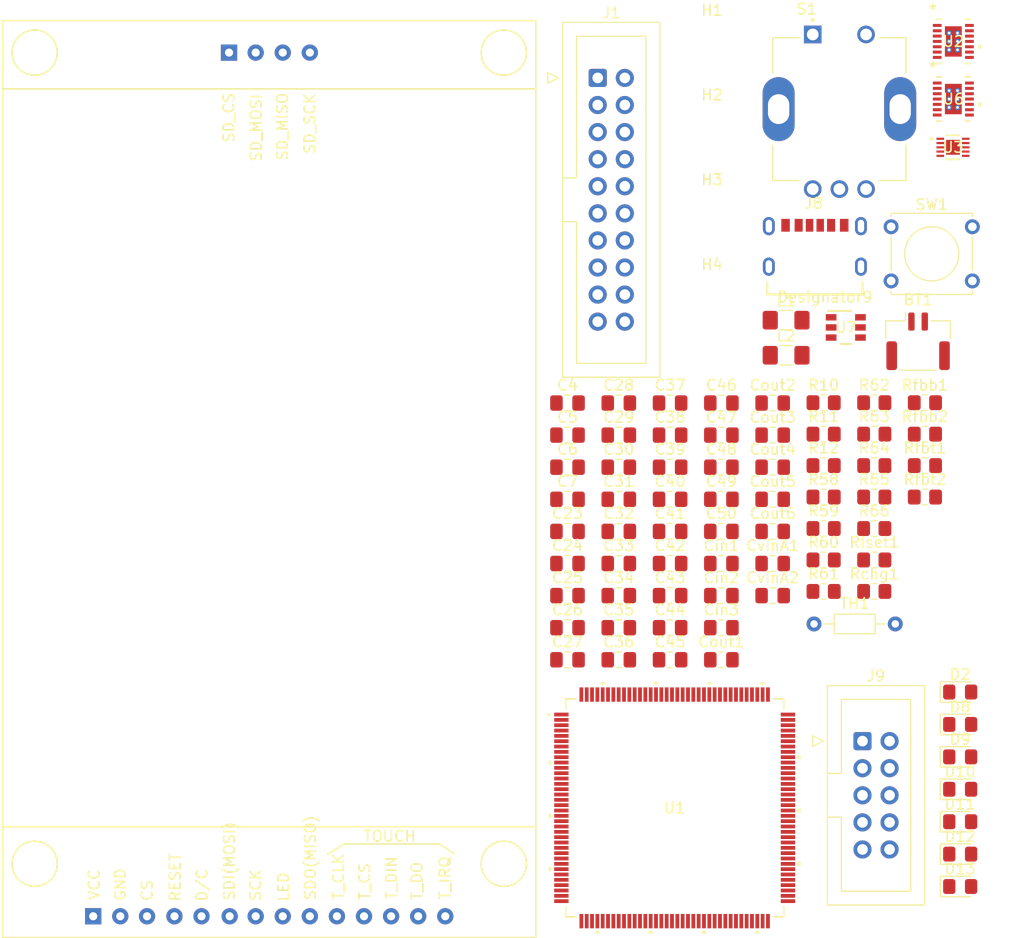
<source format=kicad_pcb>
(kicad_pcb (version 20221018) (generator pcbnew)
  (layers (0 "F.Cu" signal) (31 "B.Cu" signal) (34 "B.Paste" user) (35 "F.Paste" user) (36 "B.SilkS" user "B.Silkscreen") (37 "F.SilkS" user "F.Silkscreen") (38 "B.Mask" user) (39 "F.Mask" user) (44 "Edge.Cuts" user))
  (net 0 "")
  (net 1 "V_Batt+")
  (net 2 "V_Batt-")
  (net 3 "GND")
  (net 4 "Net-(U3-REG)")
  (net 5 "5V_In")
  (net 6 "Net-(U1C-VCAP_1)")
  (net 7 "3.3V_0.6A")
  (net 8 "NRST")
  (net 9 "Net-(Cin1-Pad1)")
  (net 10 "Net-(Cout1-Pad1)")
  (net 11 "Net-(Cout1-Pad2)")
  (net 12 "3.3V_0.5A")
  (net 13 "Net-(Cout3-Pad2)")
  (net 14 "Net-(Cout4-Pad2)")
  (net 15 "Net-(U2-EN)")
  (net 16 "Net-(U6-EN)")
  (net 17 "Net-(D2-K)")
  (net 18 "Net-(D2-A)")
  (net 19 "Net-(D8-A)")
  (net 20 "Net-(D9-A)")
  (net 21 "Net-(D10-A)")
  (net 22 "Net-(D11-A)")
  (net 23 "Net-(D12-A)")
  (net 24 "Net-(D13-A)")
  (net 27 "TRST")
  (net 28 "TDI")
  (net 29 "SWDIO")
  (net 30 "SWCLK")
  (net 32 "SWO")
  (net 35 "Net-(J8-CC1)")
  (net 36 "Net-(J8-CC2)")
  (net 38 "PE0")
  (net 39 "PE1")
  (net 40 "PE2")
  (net 41 "PE3")
  (net 42 "PE4")
  (net 43 "PE5")
  (net 44 "PE6")
  (net 45 "PE7")
  (net 46 "PE8")
  (net 47 "PE9")
  (net 48 "Net-(L1-Pad1)")
  (net 49 "Net-(L1-Pad2)")
  (net 50 "Net-(L2-Pad1)")
  (net 51 "Net-(L2-Pad2)")
  (net 52 "Net-(R58-Pad2)")
  (net 53 "ENC_SW")
  (net 54 "Net-(U1A-PD0)")
  (net 55 "Net-(U1A-PD1)")
  (net 56 "Net-(U2-FB)")
  (net 57 "Net-(U6-FB)")
  (net 58 "Net-(U7-ISET)")
  (net 59 "ENC_CLK")
  (net 60 "ENC_DT")
  (net 61 "Net-(U7-TS)")
  (net 68 "micPin4")
  (net 70 "micPin5")
  (net 75 "micPin6")
  (net 78 "micPin2")
  (net 79 "LCD_D{slash}C")
  (net 80 "micPin3")
  (net 81 "Batt_ALRT")
  (net 85 "micPin1")
  (net 87 "LCD_CLK")
  (net 88 "Batt_SCL")
  (net 89 "Batt_SDA")
  (net 96 "motorPin5")
  (net 101 "motorPin6")
  (net 103 "motorPin3")
  (net 118 "motorPin4")
  (net 146 "motorPin1")
  (net 151 "motorPin2")
  (net 154 "LCD_CS")
  (net 155 "LCD_MOSI")
  (net 157 "LCD_MISO")
  (net 158 "LCD_RST")
  (footprint "Resistor_SMD:R_0805_2012Metric_Pad1.20x1.40mm_HandSolder" (layer "F.Cu") (at 164.796 94.988)
    (fp_text reference "Rfbt1" (at 0 -1.65) (layer "F.SilkS"))
    (fp_text value "768k")
    (pad "1" smd roundrect (at -1 0) (size 1.2 1.4) (layers "F.Cu" "F.Paste" "F.Mask") (roundrect_rratio 0.208333) (net 12 "3.3V_0.5A"))
    (pad "2" smd roundrect (at 1 0) (size 1.2 1.4) (layers "F.Cu" "F.Paste" "F.Mask") (roundrect_rratio 0.208333) (net 56 "Net-(U2-FB)"))
  )
  (footprint "Capacitor_SMD:C_0805_2012Metric_Pad1.18x1.45mm_HandSolder" (layer "F.Cu") (at 131.276 113.198)
    (fp_text reference "C27" (at 0 -1.68) (layer "F.SilkS"))
    (fp_text value "100n")
    (pad "1" smd roundrect (at -1.0375 0) (size 1.175 1.45) (layers "F.Cu" "F.Paste" "F.Mask") (roundrect_rratio 0.212766) (net 7 "3.3V_0.6A"))
    (pad "2" smd roundrect (at 1.0375 0) (size 1.175 1.45) (layers "F.Cu" "F.Paste" "F.Mask") (roundrect_rratio 0.212766) (net 3 "GND"))
  )
  (footprint "LED_SMD:LED_0805_2012Metric_Pad1.15x1.40mm_HandSolder" (layer "F.Cu") (at 168.101 122.303)
    (fp_text reference "D9" (at 0 -1.65) (layer "F.SilkS"))
    (fp_text value "HB2")
    (pad "1" smd roundrect (at -1.025 0) (size 1.15 1.4) (layers "F.Cu" "F.Paste" "F.Mask") (roundrect_rratio 0.217391) (net 3 "GND"))
    (pad "2" smd roundrect (at 1.025 0) (size 1.15 1.4) (layers "F.Cu" "F.Paste" "F.Mask") (roundrect_rratio 0.217391) (net 20 "Net-(D9-A)"))
  )
  (footprint "Capacitor_SMD:C_0805_2012Metric_Pad1.18x1.45mm_HandSolder" (layer "F.Cu") (at 136.086 104.168)
    (fp_text reference "C33" (at 0 -1.68) (layer "F.SilkS"))
    (fp_text value "100n")
    (pad "1" smd roundrect (at -1.0375 0) (size 1.175 1.45) (layers "F.Cu" "F.Paste" "F.Mask") (roundrect_rratio 0.212766) (net 7 "3.3V_0.6A"))
    (pad "2" smd roundrect (at 1.0375 0) (size 1.175 1.45) (layers "F.Cu" "F.Paste" "F.Mask") (roundrect_rratio 0.212766) (net 3 "GND"))
  )
  (footprint "Button_Switch_THT:SW_Tactile_Straight_KSA0Axx1LFTR" (layer "F.Cu") (at 161.626 72.588)
    (fp_text reference "SW1" (at 3.81 -2.08) (layer "F.SilkS"))
    (fp_text value "SW_Push")
    (pad "1" thru_hole circle (at 0 0) (size 1.397 1.397) (drill 0.8128) (layers "*.Cu" "*.Mask") (net 3 "GND"))
    (pad "1" thru_hole circle (at 7.62 0) (size 1.397 1.397) (drill 0.8128) (layers "*.Cu" "*.Mask") (net 3 "GND"))
    (pad "2" thru_hole circle (at 0 5.08) (size 1.397 1.397) (drill 0.8128) (layers "*.Cu" "*.Mask") (net 8 "NRST"))
    (pad "2" thru_hole circle (at 7.62 5.08) (size 1.397 1.397) (drill 0.8128) (layers "*.Cu" "*.Mask") (net 8 "NRST"))
  )
  (footprint "Inductor_SMD:L_1206_3216Metric_Pad1.42x1.75mm_HandSolder" (layer "F.Cu") (at 151.776 84.638)
    (fp_text reference "L2" (at 0 -1.82) (layer "F.SilkS"))
    (fp_text value "1.3u")
    (pad "1" smd roundrect (at -1.4875 0) (size 1.425 1.75) (layers "F.Cu" "F.Paste" "F.Mask") (roundrect_rratio 0.175439) (net 50 "Net-(L2-Pad1)"))
    (pad "2" smd roundrect (at 1.4875 0) (size 1.425 1.75) (layers "F.Cu" "F.Paste" "F.Mask") (roundrect_rratio 0.175439) (net 51 "Net-(L2-Pad2)"))
  )
  (footprint "Resistor_SMD:R_0805_2012Metric_Pad1.20x1.40mm_HandSolder" (layer "F.Cu") (at 155.296 103.838)
    (fp_text reference "R60" (at 0 -1.65) (layer "F.SilkS"))
    (fp_text value "100k")
    (pad "1" smd roundrect (at -1 0) (size 1.2 1.4) (layers "F.Cu" "F.Paste" "F.Mask") (roundrect_rratio 0.208333) (net 7 "3.3V_0.6A"))
    (pad "2" smd roundrect (at 1 0) (size 1.2 1.4) (layers "F.Cu" "F.Paste" "F.Mask") (roundrect_rratio 0.208333) (net 8 "NRST"))
  )
  (footprint "MountingHole:MountingHole_3.2mm_M3" (layer "F.Cu") (at 144.826 56.478)
    (fp_text reference "H1" (at 0 -4.2) (layer "F.SilkS"))
    (fp_text value "MountingHole")
    (pad "" np_thru_hole circle (at 0 0) (size 3.2 3.2) (drill 3.2) (layers "*.Cu" "*.Mask"))
  )
  (footprint "Capacitor_SMD:C_0805_2012Metric_Pad1.18x1.45mm_HandSolder" (layer "F.Cu") (at 145.706 101.158)
    (fp_text reference "C50" (at 0 -1.68) (layer "F.SilkS"))
    (fp_text value "0.1u")
    (pad "1" smd roundrect (at -1.0375 0) (size 1.175 1.45) (layers "F.Cu" "F.Paste" "F.Mask") (roundrect_rratio 0.212766) (net 8 "NRST"))
    (pad "2" smd roundrect (at 1.0375 0) (size 1.175 1.45) (layers "F.Cu" "F.Paste" "F.Mask") (roundrect_rratio 0.212766) (net 3 "GND"))
  )
  (footprint "Capacitor_SMD:C_0805_2012Metric_Pad1.18x1.45mm_HandSolder" (layer "F.Cu") (at 140.896 98.148)
    (fp_text reference "C40" (at 0 -1.68) (layer "F.SilkS"))
    (fp_text value "100n")
    (pad "1" smd roundrect (at -1.0375 0) (size 1.175 1.45) (layers "F.Cu" "F.Paste" "F.Mask") (roundrect_rratio 0.212766) (net 7 "3.3V_0.6A"))
    (pad "2" smd roundrect (at 1.0375 0) (size 1.175 1.45) (layers "F.Cu" "F.Paste" "F.Mask") (roundrect_rratio 0.212766) (net 3 "GND"))
  )
  (footprint "Capacitor_SMD:C_0805_2012Metric_Pad1.18x1.45mm_HandSolder" (layer "F.Cu") (at 140.896 107.178)
    (fp_text reference "C43" (at 0 -1.68) (layer "F.SilkS"))
    (fp_text value "100n")
    (pad "1" smd roundrect (at -1.0375 0) (size 1.175 1.45) (layers "F.Cu" "F.Paste" "F.Mask") (roundrect_rratio 0.212766) (net 7 "3.3V_0.6A"))
    (pad "2" smd roundrect (at 1.0375 0) (size 1.175 1.45) (layers "F.Cu" "F.Paste" "F.Mask") (roundrect_rratio 0.212766) (net 3 "GND"))
  )
  (footprint "Resistor_SMD:R_0805_2012Metric_Pad1.20x1.40mm_HandSolder" (layer "F.Cu") (at 155.296 100.888)
    (fp_text reference "R59" (at 0 -1.65) (layer "F.SilkS"))
    (fp_text value "100k")
    (pad "1" smd roundrect (at -1 0) (size 1.2 1.4) (layers "F.Cu" "F.Paste" "F.Mask") (roundrect_rratio 0.208333) (net 3 "GND"))
    (pad "2" smd roundrect (at 1 0) (size 1.2 1.4) (layers "F.Cu" "F.Paste" "F.Mask") (roundrect_rratio 0.208333) (net 53 "ENC_SW"))
  )
  (footprint "Capacitor_SMD:C_0805_2012Metric_Pad1.18x1.45mm_HandSolder" (layer "F.Cu") (at 131.276 95.138)
    (fp_text reference "C6" (at 0 -1.68) (layer "F.SilkS"))
    (fp_text value "1u")
    (pad "1" smd roundrect (at -1.0375 0) (size 1.175 1.45) (layers "F.Cu" "F.Paste" "F.Mask") (roundrect_rratio 0.212766) (net 5 "5V_In"))
    (pad "2" smd roundrect (at 1.0375 0) (size 1.175 1.45) (layers "F.Cu" "F.Paste" "F.Mask") (roundrect_rratio 0.212766) (net 3 "GND"))
  )
  (footprint "Resistor_SMD:R_0805_2012Metric_Pad1.20x1.40mm_HandSolder" (layer "F.Cu") (at 155.296 89.088)
    (fp_text reference "R10" (at 0 -1.65) (layer "F.SilkS"))
    (fp_text value "10m")
    (pad "1" smd roundrect (at -1 0) (size 1.2 1.4) (layers "F.Cu" "F.Paste" "F.Mask") (roundrect_rratio 0.208333) (net 2 "V_Batt-"))
    (pad "2" smd roundrect (at 1 0) (size 1.2 1.4) (layers "F.Cu" "F.Paste" "F.Mask") (roundrect_rratio 0.208333) (net 3 "GND"))
  )
  (footprint "MountingHole:MountingHole_3.2mm_M3" (layer "F.Cu") (at 144.826 72.378)
    (fp_text reference "H3" (at 0 -4.2) (layer "F.SilkS"))
    (fp_text value "MountingHole")
    (pad "" np_thru_hole circle (at 0 0) (size 3.2 3.2) (drill 3.2) (layers "*.Cu" "*.Mask"))
  )
  (footprint "Capacitor_SMD:C_0805_2012Metric_Pad1.18x1.45mm_HandSolder" (layer "F.Cu") (at 140.896 95.138)
    (fp_text reference "C39" (at 0 -1.68) (layer "F.SilkS"))
    (fp_text value "100n")
    (pad "1" smd roundrect (at -1.0375 0) (size 1.175 1.45) (layers "F.Cu" "F.Paste" "F.Mask") (roundrect_rratio 0.212766) (net 7 "3.3V_0.6A"))
    (pad "2" smd roundrect (at 1.0375 0) (size 1.175 1.45) (layers "F.Cu" "F.Paste" "F.Mask") (roundrect_rratio 0.212766) (net 3 "GND"))
  )
  (footprint "LED_SMD:LED_0805_2012Metric_Pad1.15x1.40mm_HandSolder" (layer "F.Cu") (at 168.101 128.383)
    (fp_text reference "D11" (at 0 -1.65) (layer "F.SilkS"))
    (fp_text value "DB1")
    (pad "1" smd roundrect (at -1.025 0) (size 1.15 1.4) (layers "F.Cu" "F.Paste" "F.Mask") (roundrect_rratio 0.217391) (net 3 "GND"))
    (pad "2" smd roundrect (at 1.025 0) (size 1.15 1.4) (layers "F.Cu" "F.Paste" "F.Mask") (roundrect_rratio 0.217391) (net 22 "Net-(D11-A)"))
  )
  (footprint "Capacitor_SMD:C_0805_2012Metric_Pad1.18x1.45mm_HandSolder" (layer "F.Cu") (at 136.086 101.158)
    (fp_text reference "C32" (at 0 -1.68) (layer "F.SilkS"))
    (fp_text value "100n")
    (pad "1" smd roundrect (at -1.0375 0) (size 1.175 1.45) (layers "F.Cu" "F.Paste" "F.Mask") (roundrect_rratio 0.212766) (net 7 "3.3V_0.6A"))
    (pad "2" smd roundrect (at 1.0375 0) (size 1.175 1.45) (layers "F.Cu" "F.Paste" "F.Mask") (roundrect_rratio 0.212766) (net 3 "GND"))
  )
  (footprint "Capacitor_SMD:C_0805_2012Metric_Pad1.18x1.45mm_HandSolder" (layer "F.Cu") (at 140.896 113.198)
    (fp_text reference "C45" (at 0 -1.68) (layer "F.SilkS"))
    (fp_text value "100n")
    (pad "1" smd roundrect (at -1.0375 0) (size 1.175 1.45) (layers "F.Cu" "F.Paste" "F.Mask") (roundrect_rratio 0.212766) (net 7 "3.3V_0.6A"))
    (pad "2" smd roundrect (at 1.0375 0) (size 1.175 1.45) (layers "F.Cu" "F.Paste" "F.Mask") (roundrect_rratio 0.212766) (net 3 "GND"))
  )
  (footprint "Capacitor_SMD:C_0805_2012Metric_Pad1.18x1.45mm_HandSolder" (layer "F.Cu") (at 145.706 98.148)
    (fp_text reference "C49" (at 0 -1.68) (layer "F.SilkS"))
    (fp_text value "1u")
    (pad "1" smd roundrect (at -1.0375 0) (size 1.175 1.45) (layers "F.Cu" "F.Paste" "F.Mask") (roundrect_rratio 0.212766) (net 7 "3.3V_0.6A"))
    (pad "2" smd roundrect (at 1.0375 0) (size 1.175 1.45) (layers "F.Cu" "F.Paste" "F.Mask") (roundrect_rratio 0.212766) (net 3 "GND"))
  )
  (footprint "Capacitor_SMD:C_0805_2012Metric_Pad1.18x1.45mm_HandSolder" (layer "F.Cu") (at 136.086 113.198)
    (fp_text reference "C36" (at 0 -1.68) (layer "F.SilkS"))
    (fp_text value "100n")
    (pad "1" smd roundrect (at -1.0375 0) (size 1.175 1.45) (layers "F.Cu" "F.Paste" "F.Mask") (roundrect_rratio 0.212766) (net 7 "3.3V_0.6A"))
    (pad "2" smd roundrect (at 1.0375 0) (size 1.175 1.45) (layers "F.Cu" "F.Paste" "F.Mask") (roundrect_rratio 0.212766) (net 3 "GND"))
  )
  (footprint "MountingHole:MountingHole_3.2mm_M3" (layer "F.Cu") (at 144.826 80.328)
    (fp_text reference "H4" (at 0 -4.2) (layer "F.SilkS"))
    (fp_text value "MountingHole")
    (pad "" np_thru_hole circle (at 0 0) (size 3.2 3.2) (drill 3.2) (layers "*.Cu" "*.Mask"))
  )
  (footprint "Resistor_SMD:R_0805_2012Metric_Pad1.20x1.40mm_HandSolder" (layer "F.Cu") (at 155.296 106.788)
    (fp_text reference "R61" (at 0 -1.65) (layer "F.SilkS"))
    (fp_text value "1k")
    (pad "1" smd roundrect (at -1 0) (size 1.2 1.4) (layers "F.Cu" "F.Paste" "F.Mask") (roundrect_rratio 0.208333) (net 7 "3.3V_0.6A"))
    (pad "2" smd roundrect (at 1 0) (size 1.2 1.4) (layers "F.Cu" "F.Paste" "F.Mask") (roundrect_rratio 0.208333) (net 19 "Net-(D8-A)"))
  )
  (footprint "Inductor_SMD:L_1206_3216Metric_Pad1.42x1.75mm_HandSolder" (layer "F.Cu") (at 151.776 81.348)
    (fp_text reference "L1" (at 0 -1.82) (layer "F.SilkS"))
    (fp_text value "1u")
    (pad "1" smd roundrect (at -1.4875 0) (size 1.425 1.75) (layers "F.Cu" "F.Paste" "F.Mask") (roundrect_rratio 0.175439) (net 48 "Net-(L1-Pad1)"))
    (pad "2" smd roundrect (at 1.4875 0) (size 1.425 1.75) (layers "F.Cu" "F.Paste" "F.Mask") (roundrect_rratio 0.175439) (net 49 "Net-(L1-Pad2)"))
  )
  (footprint "Downloaded_footprints:XDCR_PEC11R-4220F-S0024" (layer "F.Cu") (at 156.776 61.553)
    (fp_text reference "S1" (at -3.075 -9.385) (layer "F.SilkS"))
    (fp_text value "PEC11R-4220F-S0024")
    (pad "1" thru_hole rect (at -2.5 -7) (size 1.65 1.65) (drill 1.1) (layers "*.Cu" "*.Mask") (net 52 "Net-(R58-Pad2)"))
    (pad "2" thru_hole circle (at 2.5 -7) (size 1.65 1.65) (drill 1.1) (layers "*.Cu" "*.Mask") (net 53 "ENC_SW"))
    (pad "A" thru_hole circle (at -2.5 7.5) (size 1.65 1.65) (drill 1.1) (layers "*.Cu" "*.Mask") (net 59 "ENC_CLK"))
    (pad "B" thru_hole circle (at 2.5 7.5) (size 1.65 1.65) (drill 1.1) (layers "*.Cu" "*.Mask") (net 60 "ENC_DT"))
    (pad "C" thru_hole circle (at 0 7.5) (size 1.65 1.65) (drill 1.1) (layers "*.Cu" "*.Mask") (net 7 "3.3V_0.6A"))
    (pad "SH1" thru_hole oval (at -5.7 0) (size 3 6) (drill oval 2 2.8) (layers "*.Cu" "*.Mask") (net 3 "GND"))
    (pad "SH2" thru_hole oval (at 5.7 0) (size 3 6) (drill oval 2 2.8) (layers "*.Cu" "*.Mask") (net 3 "GND"))
  )
  (footprint "Resistor_SMD:R_0805_2012Metric_Pad1.20x1.40mm_HandSolder" (layer "F.Cu") (at 160.046 89.088)
    (fp_text reference "R62" (at 0 -1.65) (layer "F.SilkS"))
    (fp_text value "1k")
    (pad "1" smd roundrect (at -1 0) (size 1.2 1.4) (layers "F.Cu" "F.Paste" "F.Mask") (roundrect_rratio 0.208333) (net 20 "Net-(D9-A)"))
    (pad "2" smd roundrect (at 1 0) (size 1.2 1.4) (layers "F.Cu" "F.Paste" "F.Mask") (roundrect_rratio 0.208333) (net 12 "3.3V_0.5A"))
  )
  (footprint "Resistor_SMD:R_0805_2012Metric_Pad1.20x1.40mm_HandSolder" (layer "F.Cu") (at 160.046 92.038)
    (fp_text reference "R63" (at 0 -1.65) (layer "F.SilkS"))
    (fp_text value "1k")
    (pad "1" smd roundrect (at -1 0) (size 1.2 1.4) (layers "F.Cu" "F.Paste" "F.Mask") (roundrect_rratio 0.208333) (net 21 "Net-(D10-A)"))
    (pad "2" smd roundrect (at 1 0) (size 1.2 1.4) (layers "F.Cu" "F.Paste" "F.Mask") (roundrect_rratio 0.208333) (net 5 "5V_In"))
  )
  (footprint "Capacitor_SMD:C_0805_2012Metric_Pad1.18x1.45mm_HandSolder" (layer "F.Cu") (at 150.516 107.178)
    (fp_text reference "CvinA2" (at 0 -1.68) (layer "F.SilkS"))
    (fp_text value "100n")
    (pad "1" smd roundrect (at -1.0375 0) (size 1.175 1.45) (layers "F.Cu" "F.Paste" "F.Mask") (roundrect_rratio 0.212766) (net 16 "Net-(U6-EN)"))
    (pad "2" smd roundrect (at 1.0375 0) (size 1.175 1.45) (layers "F.Cu" "F.Paste" "F.Mask") (roundrect_rratio 0.212766) (net 3 "GND"))
  )
  (footprint "Resistor_SMD:R_0805_2012Metric_Pad1.20x1.40mm_HandSolder" (layer "F.Cu") (at 155.296 97.938)
    (fp_text reference "R58" (at 0 -1.65) (layer "F.SilkS"))
    (fp_text value "10k")
    (pad "1" smd roundrect (at -1 0) (size 1.2 1.4) (layers "F.Cu" "F.Paste" "F.Mask") (roundrect_rratio 0.208333) (net 7 "3.3V_0.6A"))
    (pad "2" smd roundrect (at 1 0) (size 1.2 1.4) (layers "F.Cu" "F.Paste" "F.Mask") (roundrect_rratio 0.208333) (net 52 "Net-(R58-Pad2)"))
  )
  (footprint "Resistor_SMD:R_0805_2012Metric_Pad1.20x1.40mm_HandSolder" (layer "F.Cu") (at 164.796 89.088)
    (fp_text reference "Rfbb1" (at 0 -1.65) (layer "F.SilkS"))
    (fp_text value "137k")
    (pad "1" smd roundrect (at -1 0) (size 1.2 1.4) (layers "F.Cu" "F.Paste" "F.Mask") (roundrect_rratio 0.208333) (net 56 "Net-(U2-FB)"))
    (pad "2" smd roundrect (at 1 0) (size 1.2 1.4) (layers "F.Cu" "F.Paste" "F.Mask") (roundrect_rratio 0.208333) (net 3 "GND"))
  )
  (footprint "Capacitor_SMD:C_0805_2012Metric_Pad1.18x1.45mm_HandSolder" (layer "F.Cu") (at 131.276 110.188)
    (fp_text reference "C26" (at 0 -1.68) (layer "F.SilkS"))
    (fp_text value "1u")
    (pad "1" smd roundrect (at -1.0375 0) (size 1.175 1.45) (layers "F.Cu" "F.Paste" "F.Mask") (roundrect_rratio 0.212766) (net 7 "3.3V_0.6A"))
    (pad "2" smd roundrect (at 1.0375 0) (size 1.175 1.45) (layers "F.Cu" "F.Paste" "F.Mask") (roundrect_rratio 0.212766) (net 3 "GND"))
  )
  (footprint "Capacitor_SMD:C_0805_2012Metric_Pad1.18x1.45mm_HandSolder" (layer "F.Cu") (at 136.086 89.118)
    (fp_text reference "C28" (at 0 -1.68) (layer "F.SilkS"))
    (fp_text value "100n")
    (pad "1" smd roundrect (at -1.0375 0) (size 1.175 1.45) (layers "F.Cu" "F.Paste" "F.Mask") (roundrect_rratio 0.212766) (net 7 "3.3V_0.6A"))
    (pad "2" smd roundrect (at 1.0375 0) (size 1.175 1.45) (layers "F.Cu" "F.Paste" "F.Mask") (roundrect_rratio 0.212766) (net 3 "GND"))
  )
  (footprint "Capacitor_SMD:C_0805_2012Metric_Pad1.18x1.45mm_HandSolder" (layer "F.Cu") (at 131.276 104.168)
    (fp_text reference "C24" (at 0 -1.68) (layer "F.SilkS"))
    (fp_text value "2.2u")
    (pad "1" smd roundrect (at -1.0375 0) (size 1.175 1.45) (layers "F.Cu" "F.Paste" "F.Mask") (roundrect_rratio 0.212766) (net 6 "Net-(U1C-VCAP_1)"))
    (pad "2" smd roundrect (at 1.0375 0) (size 1.175 1.45) (layers "F.Cu" "F.Paste" "F.Mask") (roundrect_rratio 0.212766) (net 3 "GND"))
  )
  (footprint "Resistor_SMD:R_0805_2012Metric_Pad1.20x1.40mm_HandSolder" (layer "F.Cu") (at 164.796 92.038)
    (fp_text reference "Rfbb2" (at 0 -1.65) (layer "F.SilkS"))
    (fp_text value "137k")
    (pad "1" smd roundrect (at -1 0) (size 1.2 1.4) (layers "F.Cu" "F.Paste" "F.Mask") (roundrect_rratio 0.208333) (net 57 "Net-(U6-FB)"))
    (pad "2" smd roundrect (at 1 0) (size 1.2 1.4) (layers "F.Cu" "F.Paste" "F.Mask") (roundrect_rratio 0.208333) (net 3 "GND"))
  )
  (footprint "Capacitor_SMD:C_0805_2012Metric_Pad1.18x1.45mm_HandSolder" (layer "F.Cu") (at 136.086 107.178)
    (fp_text reference "C34" (at 0 -1.68) (layer "F.SilkS"))
    (fp_text value "100n")
    (pad "1" smd roundrect (at -1.0375 0) (size 1.175 1.45) (layers "F.Cu" "F.Paste" "F.Mask") (roundrect_rratio 0.212766) (net 7 "3.3V_0.6A"))
    (pad "2" smd roundrect (at 1.0375 0) (size 1.175 1.45) (layers "F.Cu" "F.Paste" "F.Mask") (roundrect_rratio 0.212766) (net 3 "GND"))
  )
  (footprint "Downloaded_footprints:2.8_tft_240x320_touch_sd_spi" (layer "F.Cu") (at 78.301 53.253)
    (fp_text reference "U4" hide)
    (fp_text value "2.8_240x320_touch_sd_spi")
    (fp_text user "SD_MISO" (at 26.24 9.94 90) (layer "F.SilkS"))
    (fp_text user "SDO(MISO)" (at 28.86 78.51 90) (layer "F.SilkS"))
    (fp_text user "SCK" (at 23.72 81.08 90) (layer "F.SilkS"))
    (fp_text user "CS" (at 13.55 81.58 90) (layer "F.SilkS"))
    (fp_text user "TOUCH" (at 36.29 76.49) (layer "F.SilkS"))
    (fp_text user "RESET" (at 16.18 80.35 90) (layer "F.SilkS"))
    (fp_text user "T_CLK" (at 31.49 80.29 90) (layer "F.SilkS"))
    (fp_text user "LED" (at 26.35 81.24 90) (layer "F.SilkS"))
    (fp_text user "T_DIN" (at 36.46 80.41 90) (layer "F.SilkS"))
    (fp_text user "SD_MOSI" (at 23.78 10.05 90) (layer "F.SilkS"))
    (fp_text user "T_IRQ" (at 41.49 80.41 90) (layer "F.SilkS"))
    (fp_text user "GND" (at 11.04 81.02 90) (layer "F.SilkS"))
    (fp_text user "SD_CS" (at 21.21 9.1 90) (layer "F.SilkS"))
    (fp_text user "T_DO" (at 38.86 80.69 90) (layer "F.SilkS"))
    (fp_text user "T_CS" (at 33.95 80.74 90) (layer "F.SilkS"))
    (fp_text user "SDI(MOSI)" (at 21.26 78.84 90) (layer "F.SilkS"))
    (fp_text user "VCC" (at 8.58 81.02 90) (layer "F.SilkS"))
    (fp_text user "D/C" (at 18.69 81.08 90) (layer "F.SilkS"))
    (fp_text user "SD_SCK" (at 28.81 9.66 90) (layer "F.SilkS"))
    (pad "1" thru_hole rect (at 8.49 84) (size 1.524 1.524) (drill 0.762) (layers "*.Cu" "*.Mask") (net 7 "3.3V_0.6A"))
    (pad "2" thru_hole circle (at 11.03 84) (size 1.524 1.524) (drill 0.762) (layers "*.Cu" "*.Mask") (net 3 "GND"))
    (pad "3" thru_hole circle (at 13.54 84) (size 1.524 1.524) (drill 0.762) (layers "*.Cu" "*.Mask") (net 154 "LCD_CS"))
    (pad "4" thru_hole circle (at 16.11 84) (size 1.524 1.524) (drill 0.762) (layers "*.Cu" "*.Mask") (net 158 "LCD_RST"))
    (pad "5" thru_hole circle (at 18.65 84) (size 1.524 1.524) (drill 0.762) (layers "*.Cu" "*.Mask") (net 79 "LCD_D{slash}C"))
    (pad "6" thru_hole circle (at 21.29 84) (size 1.524 1.524) (drill 0.762) (layers "*.Cu" "*.Mask") (net 155 "LCD_MOSI"))
    (pad "7" thru_hole circle (at 23.73 84) (size 1.524 1.524) (drill 0.762) (layers "*.Cu" "*.Mask") (net 87 "LCD_CLK"))
    (pad "8" thru_hole circle (at 26.27 84) (size 1.524 1.524) (drill 0.762) (layers "*.Cu" "*.Mask") (net 7 "3.3V_0.6A"))
    (pad "9" thru_hole circle (at 28.81 84) (size 1.524 1.524) (drill 0.762) (layers "*.Cu" "*.Mask") (net 157 "LCD_MISO"))
    (pad "10" thru_hole circle (at 31.35 84) (size 1.524 1.524) (drill 0.762) (layers "*.Cu" "*.Mask"))
    (pad "11" thru_hole circle (at 33.89 84) (size 1.524 1.524) (drill 0.762) (layers "*.Cu" "*.Mask"))
    (pad "12" thru_hole circle (at 36.43 84) (size 1.524 1.524) (drill 0.762) (layers "*.Cu" "*.Mask"))
    (pad "13" thru_hole circle (at 38.97 84) (size 1.524 1.524) (drill 0.762) (layers "*.Cu" "*.Mask"))
    (pad "14" thru_hole circle (at 41.51 84) (size 1.524 1.524) (drill 0.762) (layers "*.Cu" "*.Mask"))
    (pad "15" thru_hole rect (at 21.23 3) (size 1.524 1.524) (drill 0.762) (layers "*.Cu" "*.Mask"))
    (pad "16" thru_hole circle (at 23.73 3) (size 1.524 1.524) (drill 0.762) (layers "*.Cu" "*.Mask"))
    (pad "17" thru_hole circle (at 26.27 3) (size 1.524 1.524) (drill 0.762) (layers "*.Cu" "*.Mask"))
    (pad "18" thru_hole circle (at 28.81 3) (size 1.524 1.524) (drill 0.762) (layers "*.Cu" "*.Mask"))
  )
  (footprint "Downloaded_footprints:TPS63020DSJR" (layer "F.Cu") (at 167.460999 55.205)
    (fp_text reference "U2" (at 0 0 unlocked) (layer "F.SilkS"))
    (fp_text value "TPS63020DSJR")
    (fp_text user "*" (at -1.926999 -2.922999 unlocked) (layer "F.SilkS"))
    (fp_text user "*" (at -1.926999 -2.922999) (layer "F.SilkS"))
    (pad "1" smd rect (at -1.51 -1.5) (size 0.82 0.28) (layers "F.Cu" "F.Mask") (net 15 "Net-(U2-EN)"))
    (pad "2" smd rect (at -1.51 -1.000001) (size 0.82 0.28) (layers "F.Cu" "F.Mask") (net 3 "GND"))
    (pad "3" smd rect (at -1.51 -0.499999) (size 0.82 0.28) (layers "F.Cu" "F.Mask") (net 56 "Net-(U2-FB)"))
    (pad "4" smd rect (at -1.51 0) (size 0.82 0.28) (layers "F.Cu" "F.Mask") (net 12 "3.3V_0.5A"))
    (pad "5" smd rect (at -1.51 0.500002) (size 0.82 0.28) (layers "F.Cu" "F.Mask"))
    (pad "6" smd rect (at -1.51 1.000001) (size 0.82 0.28) (layers "F.Cu" "F.Mask") (net 50 "Net-(L2-Pad1)"))
    (pad "7" smd rect (at -1.51 1.5) (size 0.82 0.28) (layers "F.Cu" "F.Mask"))
    (pad "8" smd rect (at 1.51 1.5) (size 0.82 0.28) (layers "F.Cu" "F.Mask") (net 51 "Net-(L2-Pad2)"))
    (pad "9" smd rect (at 1.51 1.000001) (size 0.82 0.28) (layers "F.Cu" "F.Mask"))
    (pad "10" smd rect (at 1.51 0.499999) (size 0.82 0.28) (layers "F.Cu" "F.Mask") (net 1 "V_Batt+"))
    (pad "11" smd rect (at 1.51 0) (size 0.82 0.28) (layers "F.Cu" "F.Mask"))
    (pad "12" smd rect (at 1.51 -0.500002) (size 0.82 0.28) (layers "F.Cu" "F.Mask") (net 15 "Net-(U2-EN)"))
    (pad "13" smd rect (at 1.51 -1.000001) (size 0.82 0.28) (layers "F.Cu" "F.Mask") (net 3 "GND"))
    (pad "14" smd rect (at 1.51 -1.5) (size 0.82 0.28) (layers "F.Cu" "F.Mask"))
    (pad "15" smd rect (at 0 0) (size 1.58 2.849999) (layers "F.Cu"))
    (pad "V" thru_hole circle (at -0.3937 -0.7874) (size 0.508 0.508) (drill 0.254) (layers "*.Cu" "*.Mask"))
    (pad "V" thru_hole circle (at -0.3937 0) (size 0.508 0.508) (drill 0.254) (layers "*.Cu" "*.Mask"))
    (pad "V" thru_hole circle (at -0.3937 0.7874) (size 0.508 0.508) (drill 0.254) (layers "*.Cu" "*.Mask"))
    (pad "V" thru_hole circle (at 0.3937 -0.7874) (size 0.508 0.508) (drill 0.254) (layers "*.Cu" "*.Mask"))
    (pad "V" thru_hole circle (at 0.3937 0) (size 0.508 0.508) (drill 0.254) (layers "*.Cu" "*.Mask"))
    (pad "V" thru_hole circle (at 0.3937 0.7874) (size 0.508 0.508) (drill 0.254) (layers "*.Cu" "*.Mask"))
  )
  (footprint "Connector_Molex:Molex_CLIK-Mate_502386-0270_1x02-1MP_P1.25mm_Horizontal" (layer "F.Cu") (at 164.156 83.328)
    (fp_text reference "BT1" (at 0 -3.9) (layer "F.SilkS"))
    (fp_text value "Battery_Cell")
    (pad "1" smd roundrect (at -0.625 -1.85) (size 0.6 1.7) (layers "F.Cu" "F.Paste" "F.Mask") (net 1 "V_Batt+"))
    (pad "2" smd roundrect (at 0.625 -1.85) (size 0.6 1.7) (layers "F.Cu" "F.Paste" "F.Mask") (net 2 "V_Batt-"))
    (pad "MP" smd roundrect (at -2.475 1.35) (size 1 2.7) (layers "F.Cu" "F.Paste" "F.Mask"))
    (pad "MP" smd roundrect (at 2.475 1.35) (size 1 2.7) (layers "F.Cu" "F.Paste" "F.Mask"))
  )
  (footprint "Downloaded_footprints:LQFP144-20x20mm_STM" (layer "F.Cu") (at 141.325501 127.0853)
    (fp_text reference "U1" (at 0 0 unlocked) (layer "F.SilkS"))
    (fp_text value "STM32F767ZIT6")
    (pad "1" smd rect (at -10.625 -8.75) (size 1.3462 0.3556) (layers "F.Cu" "F.Paste" "F.Mask") (net 40 "PE2"))
    (pad "2" smd rect (at -10.625 -8.250001) (size 1.3462 0.3556) (layers "F.Cu" "F.Paste" "F.Mask") (net 41 "PE3"))
    (pad "3" smd rect (at -10.625 -7.75) (size 1.3462 0.3556) (layers "F.Cu" "F.Paste" "F.Mask") (net 42 "PE4"))
    (pad "4" smd rect (at -10.625 -7.250001) (size 1.3462 0.3556) (layers "F.Cu" "F.Paste" "F.Mask") (net 43 "PE5"))
    (pad "5" smd rect (at -10.625 -6.749999) (size 1.3462 0.3556) (layers "F.Cu" "F.Paste" "F.Mask") (net 44 "PE6"))
    (pad "6" smd rect (at -10.625 -6.25) (size 1.3462 0.3556) (layers "F.Cu" "F.Paste" "F.Mask") (net 7 "3.3V_0.6A"))
    (pad "7" smd rect (at -10.625 -5.750001) (size 1.3462 0.3556) (layers "F.Cu" "F.Paste" "F.Mask"))
    (pad "8" smd rect (at -10.625 -5.25) (size 1.3462 0.3556) (layers "F.Cu" "F.Paste" "F.Mask"))
    (pad "9" smd rect (at -10.625 -4.750001) (size 1.3462 0.3556) (layers "F.Cu" "F.Paste" "F.Mask"))
    (pad "10" smd rect (at -10.625 -4.249999) (size 1.3462 0.3556) (layers "F.Cu" "F.Paste" "F.Mask"))
    (pad "11" smd rect (at -10.625 -3.75) (size 1.3462 0.3556) (layers "F.Cu" "F.Paste" "F.Mask"))
    (pad "12" smd rect (at -10.625 -3.250001) (size 1.3462 0.3556) (layers "F.Cu" "F.Paste" "F.Mask"))
    (pad "13" smd rect (at -10.625 -2.75) (size 1.3462 0.3556) (layers "F.Cu" "F.Paste" "F.Mask") (net 68 "micPin4"))
    (pad "14" smd rect (at -10.625 -2.250001) (size 1.3462 0.3556) (layers "F.Cu" "F.Paste" "F.Mask"))
    (pad "15" smd rect (at -10.625 -1.749999) (size 1.3462 0.3556) (layers "F.Cu" "F.Paste" "F.Mask") (net 70 "micPin5"))
    (pad "16" smd rect (at -10.625 -1.25) (size 1.3462 0.3556) (layers "F.Cu" "F.Paste" "F.Mask") (net 3 "GND"))
    (pad "17" smd rect (at -10.625 -0.750001) (size 1.3462 0.3556) (layers "F.Cu" "F.Paste" "F.Mask") (net 7 "3.3V_0.6A"))
    (pad "18" smd rect (at -10.625 -0.25) (size 1.3462 0.3556) (layers "F.Cu" "F.Paste" "F.Mask"))
    (pad "19" smd rect (at -10.625 0.25) (size 1.3462 0.3556) (layers "F.Cu" "F.Paste" "F.Mask"))
    (pad "20" smd rect (at -10.625 0.749998) (size 1.3462 0.3556) (layers "F.Cu" "F.Paste" "F.Mask"))
    (pad "21" smd rect (at -10.625 1.25) (size 1.3462 0.3556) (layers "F.Cu" "F.Paste" "F.Mask"))
    (pad "22" smd rect (at -10.625 1.749999) (size 1.3462 0.3556) (layers "F.Cu" "F.Paste" "F.Mask") (net 75 "micPin6"))
    (pad "23" smd rect (at -10.625 2.250001) (size 1.3462 0.3556) (layers "F.Cu" "F.Paste" "F.Mask"))
    (pad "24" smd rect (at -10.625 2.75) (size 1.3462 0.3556) (layers "F.Cu" "F.Paste" "F.Mask"))
    (pad "25" smd rect (at -10.625 3.249999) (size 1.3462 0.3556) (layers "F.Cu" "F.Paste" "F.Mask") (net 8 "NRST"))
    (pad "26" smd rect (at -10.625 3.75) (size 1.3462 0.3556) (layers "F.Cu" "F.Paste" "F.Mask") (net 78 "micPin2"))
    (pad "27" smd rect (at -10.625 4.249999) (size 1.3462 0.3556) (layers "F.Cu" "F.Paste" "F.Mask") (net 79 "LCD_D{slash}C"))
    (pad "28" smd rect (at -10.625 4.750001) (size 1.3462 0.3556) (layers "F.Cu" "F.Paste" "F.Mask") (net 80 "micPin3"))
    (pad "29" smd rect (at -10.625 5.25) (size 1.3462 0.3556) (layers "F.Cu" "F.Paste" "F.Mask") (net 81 "Batt_ALRT"))
    (pad "30" smd rect (at -10.625 5.749999) (size 1.3462 0.3556) (layers "F.Cu" "F.Paste" "F.Mask") (net 7 "3.3V_0.6A"))
    (pad "31" smd rect (at -10.625 6.25) (size 1.3462 0.3556) (layers "F.Cu" "F.Paste" "F.Mask") (net 3 "GND"))
    (pad "32" smd rect (at -10.625 6.749999) (size 1.3462 0.3556) (layers "F.Cu" "F.Paste" "F.Mask") (net 7 "3.3V_0.6A"))
    (pad "33" smd rect (at -10.625 7.250001) (size 1.3462 0.3556) (layers "F.Cu" "F.Paste" "F.Mask") (net 7 "3.3V_0.6A"))
    (pad "34" smd rect (at -10.625 7.75) (size 1.3462 0.3556) (layers "F.Cu" "F.Paste" "F.Mask"))
    (pad "35" smd rect (at -10.625 8.249999) (size 1.3462 0.3556) (layers "F.Cu" "F.Paste" "F.Mask"))
    (pad "36" smd rect (at -10.625 8.75) (size 1.3462 0.3556) (layers "F.Cu" "F.Paste" "F.Mask"))
    (pad "37" smd rect (at -8.75 10.625 90) (size 1.3462 0.3556) (layers "F.Cu" "F.Paste" "F.Mask") (net 85 "micPin1"))
    (pad "38" smd rect (at -8.250001 10.625 90) (size 1.3462 0.3556) (layers "F.Cu" "F.Paste" "F.Mask") (net 3 "GND"))
    (pad "39" smd rect (at -7.75 10.625 90) (size 1.3462 0.3556) (layers "F.Cu" "F.Paste" "F.Mask") (net 7 "3.3V_0.6A"))
    (pad "40" smd rect (at -7.250001 10.625 90) (size 1.3462 0.3556) (layers "F.Cu" "F.Paste" "F.Mask"))
    (pad "41" smd rect (at -6.749999 10.625 90) (size 1.3462 0.3556) (layers "F.Cu" "F.Paste" "F.Mask") (net 87 "LCD_CLK"))
    (pad "42" smd rect (at -6.25 10.625 90) (size 1.3462 0.3556) (layers "F.Cu" "F.Paste" "F.Mask") (net 59 "ENC_CLK"))
    (pad "43" smd rect (at -5.750001 10.625 90) (size 1.3462 0.3556) (layers "F.Cu" "F.Paste" "F.Mask") (net 53 "ENC_SW"))
    (pad "44" smd rect (at -5.25 10.625 90) (size 1.3462 0.3556) (layers "F.Cu" "F.Paste" "F.Mask") (net 88 "Batt_SCL"))
    (pad "45" smd rect (at -4.750001 10.625 90) (size 1.3462 0.3556) (layers "F.Cu" "F.Paste" "F.Mask") (net 89 "Batt_SDA"))
    (pad "46" smd rect (at -4.249999 10.625 90) (size 1.3462 0.3556) (layers "F.Cu" "F.Paste" "F.Mask"))
    (pad "47" smd rect (at -3.75 10.625 90) (size 1.3462 0.3556) (layers "F.Cu" "F.Paste" "F.Mask"))
    (pad "48" smd rect (at -3.250001 10.625 90) (size 1.3462 0.3556) (layers "F.Cu" "F.Paste" "F.Mask"))
    (pad "49" smd rect (at -2.75 10.625 90) (size 1.3462 0.3556) (layers "F.Cu" "F.Paste" "F.Mask"))
    (pad "50" smd rect (at -2.250001 10.625 90) (size 1.3462 0.3556) (layers "F.Cu" "F.Paste" "F.Mask"))
    (pad "51" smd rect (at -1.749999 10.625 90) (size 1.3462 0.3556) (layers "F.Cu" "F.Paste" "F.Mask") (net 3 "GND"))
    (pad "52" smd rect (at -1.25 10.625 90) (size 1.3462 0.3556) (layers "F.Cu" "F.Paste" "F.Mask") (net 7 "3.3V_0.6A"))
    (pad "53" smd rect (at -0.750001 10.625 90) (size 1.3462 0.3556) (layers "F.Cu" "F.Paste" "F.Mask"))
    (pad "54" smd rect (at -0.25 10.625 90) (size 1.3462 0.3556) (layers "F.Cu" "F.Paste" "F.Mask") (net 96 "motorPin5"))
    (pad "55" smd rect (at 0.25 10.625 90) (size 1.3462 0.3556) (layers "F.Cu" "F.Paste" "F.Mask"))
    (pad "56" smd rect (at 0.750001 10.625 90) (size 1.3462 0.3556) (layers "F.Cu" "F.Paste" "F.Mask"))
    (pad "57" smd rect (at 1.25 10.625 90) (size 1.3462 0.3556) (layers "F.Cu" "F.Paste" "F.Mask"))
    (pad "58" smd rect (at 1.749999 10.625 90) (size 1.3462 0.3556) (layers "F.Cu" "F.Paste" "F.Mask") (net 45 "PE7"))
    (pad "59" smd rect (at 2.250001 10.625 90) (size 1.3462 0.3556) (layers "F.Cu" "F.Paste" "F.Mask") (net 46 "PE8"))
    (pad "60" smd rect (at 2.75 10.625 90) (size 1.3462 0.3556) (layers "F.Cu" "F.Paste" "F.Mask") (net 47 "PE9"))
    (pad "61" smd rect (at 3.250001 10.625 90) (size 1.3462 0.3556) (layers "F.Cu" "F.Paste" "F.Mask") (net 3 "GND"))
    (pad "62" smd rect (at 3.75 10.625 90) (size 1.3462 0.3556) (layers "F.Cu" "F.Paste" "F.Mask") (net 7 "3.3V_0.6A"))
    (pad "63" smd rect (at 4.249999 10.625 90) (size 1.3462 0.3556) (layers "F.Cu" "F.Paste" "F.Mask"))
    (pad "64" smd rect (at 4.750001 10.625 90) (size 1.3462 0.3556) (layers "F.Cu" "F.Paste" "F.Mask") (net 101 "motorPin6"))
    (pad "65" smd rect (at 5.25 10.625 90) (size 1.3462 0.3556) (layers "F.Cu" "F.Paste" "F.Mask"))
    (pad "66" smd rect (at 5.750001 10.625 90) (size 1.3462 0.3556) (layers "F.Cu" "F.Paste" "F.Mask") (net 103 "motorPin3"))
    (pad "67" smd rect (at 6.25 10.625 90) (size 1.3462 0.3556) (layers "F.Cu" "F.Paste" "F.Mask"))
    (pad "68" smd rect (at 6.749999 10.625 90) (size 1.3462 0.3556) (layers "F.Cu" "F.Paste" "F.Mask"))
    (pad "69" smd rect (at 7.250001 10.625 90) (size 1.3462 0.3556) (layers "F.Cu" "F.Paste" "F.Mask"))
    (pad "70" smd rect (at 7.75 10.625 90) (size 1.3462 0.3556) (layers "F.Cu" "F.Paste" "F.Mask"))
    (pad "71" smd rect (at 8.250001 10.625 90) (size 1.3462 0.3556) (layers "F.Cu" "F.Paste" "F.Mask") (net 6 "Net-(U1C-VCAP_1)"))
    (pad "72" smd rect (at 8.75 10.625 90) (size 1.3462 0.3556) (layers "F.Cu" "F.Paste" "F.Mask") (net 7 "3.3V_0.6A"))
    (pad "73" smd rect (at 10.625 8.75) (size 1.3462 0.3556) (layers "F.Cu" "F.Paste" "F.Mask"))
    (pad "74" smd rect (at 10.625 8.250001) (size 1.3462 0.3556) (layers "F.Cu" "F.Paste" "F.Mask"))
    (pad "75" smd rect (at 10.625 7.75) (size 1.3462 0.3556) (layers "F.Cu" "F.Paste" "F.Mask"))
    (pad "76" smd rect (at 10.625 7.250001) (size 1.3462 0.3556) (layers "F.Cu" "F.Paste" "F.Mask"))
    (pad "77" smd rect (at 10.625 6.749999) (size 1.3462 0.3556) (layers "F.Cu" "F.Paste" "F.Mask"))
    (pad "78" smd rect (at 10.625 6.25) (size 1.3462 0.3556) (layers "F.Cu" "F.Paste" "F.Mask"))
    (pad "79" smd rect (at 10.625 5.750001) (size 1.3462 0.3556) (layers "F.Cu" "F.Paste" "F.Mask"))
    (pad "80" smd rect (at 10.625 5.25) (size 1.3462 0.3556) (layers "F.Cu" "F.Paste" "F.Mask"))
    (pad "81" smd rect (at 10.625 4.750001) (size 1.3462 0.3556) (layers "F.Cu" "F.Paste" "F.Mask"))
    (pad "82" smd rect (at 10.625 4.249999) (size 1.3462 0.3556) (layers "F.Cu" "F.Paste" "F.Mask"))
    (pad "83" smd rect (at 10.625 3.75) (size 1.3462 0.3556) (layers "F.Cu" "F.Paste" "F.Mask") (net 3 "GND"))
    (pad "84" smd rect (at 10.625 3.250001) (size 1.3462 0.3556) (layers "F.Cu" "F.Paste" "F.Mask") (net 7 "3.3V_0.6A"))
    (pad "85" smd rect (at 10.625 2.75) (size 1.3462 0.3556) (layers "F.Cu" "F.Paste" "F.Mask") (net 118 "motorPin4"))
    (pad "86" smd rect (at 10.625 2.250001) (size 1.3462 0.3556) (layers "F.Cu" "F.Paste" "F.Mask"))
    (pad "87" smd rect (at 10.625 1.749999) (size 1.3462 0.3556) (layers "F.Cu" "F.Paste" "F.Mask"))
    (pad "88" smd rect (at 10.625 1.25) (size 1.3462 0.3556) (layers "F.Cu" "F.Paste" "F.Mask"))
    (pad "89" smd rect (at 10.625 0.750001) (size 1.3462 0.3556) (layers "F.Cu" "F.Paste" "F.Mask"))
    (pad "90" smd rect (at 10.625 0.25) (size 1.3462 0.3556) (layers "F.Cu" "F.Paste" "F.Mask"))
    (pad "91" smd rect (at 10.625 -0.25) (size 1.3462 0.3556) (layers "F.Cu" "F.Paste" "F.Mask"))
    (pad "92" smd rect (at 10.625 -0.750001) (size 1.3462 0.3556) (layers "F.Cu" "F.Paste" "F.Mask"))
    (pad "93" smd rect (at 10.625 -1.25) (size 1.3462 0.3556) (layers "F.Cu" "F.Paste" "F.Mask"))
    (pad "94" smd rect (at 10.625 -1.749999) (size 1.3462 0.3556) (layers "F.Cu" "F.Paste" "F.Mask") (net 3 "GND"))
    (pad "95" smd rect (at 10.625 -2.250001) (size 1.3462 0.3556) (layers "F.Cu" "F.Paste" "F.Mask"))
    (pad "96" smd rect (at 10.625 -2.75) (size 1.3462 0.3556) (layers "F.Cu" "F.Paste" "F.Mask"))
    (pad "97" smd rect (at 10.625 -3.250001) (size 1.3462 0.3556) (layers "F.Cu" "F.Paste" "F.Mask") (net 60 "ENC_DT"))
    (pad "98" smd rect (at 10.625 -3.75) (size 1.3462 0.3556) (layers "F.Cu" "F.Paste" "F.Mask"))
    (pad "99" smd rect (at 10.625 -4.249999) (size 1.3462 0.3556) (layers "F.Cu" "F.Paste" "F.Mask"))
    (pad "100" smd rect (at 10.625 -4.750001) (size 1.3462 0.3556) (layers "F.Cu" "F.Paste" "F.Mask"))
    (pad "101" smd rect (at 10.625 -5.25) (size 1.3462 0.3556) (layers "F.Cu" "F.Paste" "F.Mask"))
    (pad "102" smd rect (at 10.625 -5.750001) (size 1.3462 0.3556) (layers "F.Cu" "F.Paste" "F.Mask"))
    (pad "103" smd rect (at 10.625 -6.25) (size 1.3462 0.3556) (layers "F.Cu" "F.Paste" "F.Mask"))
    (pad "104" smd rect (at 10.625 -6.749999) (size 1.3462 0.3556) (layers "F.Cu" "F.Paste" "F.Mask"))
    (pad "105" smd rect (at 10.625 -7.250001) (size 1.3462 0.3556) (layers "F.Cu" "F.Paste" "F.Mask") (net 29 "SWDIO"))
    (pad "106" smd rect (at 10.625 -7.75) (size 1.3462 0.3556) (layers "F.Cu" "F.Paste" "F.Mask") (net 6 "Net-(U1C-VCAP_1)"))
    (pad "107" smd rect (at 10.625 -8.250001) (size 1.3462 0.3556) (layers "F.Cu" "F.Paste" "F.Mask") (net 3 "GND"))
    (pad "108" smd rect (at 10.625 -8.75) (size 1.3462 0.3556) (layers "F.Cu" "F.Paste" "F.Mask") (net 7 "3.3V_0.6A"))
    (pad "109" smd rect (at 8.75 -10.625 90) (size 1.3462 0.3556) (layers "F.Cu" "F.Paste" "F.Mask") (net 30 "SWCLK"))
    (pad "110" smd rect (at 8.250001 -10.625 90) (size 1.3462 0.3556) (layers "F.Cu" "F.Paste" "F.Mask") (net 28 "TDI"))
    (pad "111" smd rect (at 7.75 -10.625 90) (size 1.3462 0.3556) (layers "F.Cu" "F.Paste" "F.Mask"))
    (pad "112" smd rect (at 7.250001 -10.625 90) (size 1.3462 0.3556) (layers "F.Cu" "F.Paste" "F.Mask"))
    (pad "113" smd rect (at 6.749999 -10.625 90) (size 1.3462 0.3556) (layers "F.Cu" "F.Paste" "F.Mask"))
    (pad "114" smd rect (at 6.25 -10.625 90) (size 1.3462 0.3556) (layers "F.Cu" "F.Paste" "F.Mask") (net 54 "Net-(U1A-PD0)"))
    (pad "115" smd rect (at 5.750001 -10.625 90) (size 1.3462 0.3556) (layers "F.Cu" "F.Paste" "F.Mask") (net 55 "Net-(U1A-PD1)"))
    (pad "116" smd rect (at 5.25 -10.625 90) (size 1.3462 0.3556) (layers "F.Cu" "F.Paste" "F.Mask"))
    (pad "117" smd rect (at 4.750001 -10.625 90) (size 1.3462 0.3556) (layers "F.Cu" "F.Paste" "F.Mask"))
    (pad "118" smd rect (at 4.249999 -10.625 90) (size 1.3462 0.3556) (layers "F.Cu" "F.Paste" "F.Mask"))
    (pad "119" smd rect (at 3.75 -10.625 90) (size 1.3462 0.3556) (layers "F.Cu" "F.Paste" "F.Mask"))
    (pad "120" smd rect (at 3.250001 -10.625 90) (size 1.3462 0.3556) (layers "F.Cu" "F.Paste" "F.Mask") (net 3 "GND"))
    (pad "121" smd rect (at 2.75 -10.625 90) (size 1.3462 0.3556) (layers "F.Cu" "F.Paste" "F.Mask"))
    (pad "122" smd rect (at 2.250001 -10.625 90) (size 1.3462 0.3556) (layers "F.Cu" "F.Paste" "F.Mask"))
    (pad "123" smd rect (at 1.749999 -10.625 90) (size 1.3462 0.3556) (layers "F.Cu" "F.Paste" "F.Mask"))
    (pad "124" smd rect (at 1.25 -10.625 90) (size 1.3462 0.3556) (layers "F.Cu" "F.Paste" "F.Mask") (net 146 "motorPin1"))
    (pad "125" smd rect (at 0.750001 -10.625 90) (size 1.3462 0.3556) (layers "F.Cu" "F.Paste" "F.Mask"))
    (pad "126" smd rect (at 0.25 -10.625 90) (size 1.3462 0.3556) (layers "F.Cu" "F.Paste" "F.Mask"))
    (pad "127" smd rect (at -0.25 -10.625 90) (size 1.3462 0.3556) (layers "F.Cu" "F.Paste" "F.Mask"))
    (pad "128" smd rect (at -0.750001 -10.625 90) (size 1.3462 0.3556) (layers "F.Cu" "F.Paste" "F.Mask"))
    (pad "129" smd rect (at -1.25 -10.625 90) (size 1.3462 0.3556) (layers "F.Cu" "F.Paste" "F.Mask") (net 151 "motorPin2"))
    (pad "130" smd rect (at -1.749999 -10.625 90) (size 1.3462 0.3556) (layers "F.Cu" "F.Paste" "F.Mask") (net 3 "GND"))
    (pad "131" smd rect (at -2.250001 -10.625 90) (size 1.3462 0.3556) (layers "F.Cu" "F.Paste" "F.Mask") (net 7 "3.3V_0.6A"))
    (pad "132" smd rect (at -2.75 -10.625 90) (size 1.3462 0.3556) (layers "F.Cu" "F.Paste" "F.Mask"))
    (pad "133" smd rect (at -3.250001 -10.625 90) (size 1.3462 0.3556) (layers "F.Cu" "F.Paste" "F.Mask") (net 32 "SWO"))
    (pad "134" smd rect (at -3.75 -10.625 90) (size 1.3462 0.3556) (layers "F.Cu" "F.Paste" "F.Mask") (net 27 "TRST"))
    (pad "135" smd rect (at -4.249999 -10.625 90) (size 1.3462 0.3556) (layers "F.Cu" "F.Paste" "F.Mask"))
    (pad "136" smd rect (at -4.750001 -10.625 90) (size 1.3462 0.3556) (layers "F.Cu" "F.Paste" "F.Mask") (net 154 "LCD_CS"))
    (pad "137" smd rect (at -5.25 -10.625 90) (size 1.3462 0.3556) (layers "F.Cu" "F.Paste" "F.Mask") (net 155 "LCD_MOSI"))
    (pad "138" smd rect (at -5.750001 -10.625 90) (size 1.3462 0.3556) (layers "F.Cu" "F.Paste" "F.Mask"))
    (pad "139" smd rect (at -6.25 -10.625 90) (size 1.3462 0.3556) (layers "F.Cu" "F.Paste" "F.Mask") (net 157 "LCD_MISO"))
    (pad "140" smd rect (at -6.749999 -10.625 90) (size 1.3462 0.3556) (layers "F.Cu" "F.Paste" "F.Mask") (net 158 "LCD_RST"))
    (pad "141" smd rect (at -7.250001 -10.625 90) (size 1.3462 0.3556) (layers "F.Cu" "F.Paste" "F.Mask") (net 38 "PE0"))
    (pad "142" smd rect (at -7.75 -10.625 90) (size 1.3462 0.3556) (layers "F.Cu" "F.Paste" "F.Mask") (net 39 "PE1"))
    (pad "143" smd rect (at -8.250001 -10.625 90) (size 1.3462 0.3556) (layers "F.Cu" "F.Paste" "F.Mask"))
    (pad "144" smd rect (at -8.75 -10.625 90) (size 1.3462 0.3556) (layers "F.Cu" "F.Paste" "F.Mask") (net 7 "3.3V_0.6A"))
  )
  (footprint "Capacitor_SMD:C_0805_2012Metric_Pad1.18x1.45mm_HandSolder" (layer "F.Cu") (at 145.706 110.188)
    (fp_text reference "Cin3" (at 0 -1.68) (layer "F.SilkS"))
    (fp_text value "10u")
    (pad "1" smd roundrect (at -1.0375 0) (size 1.175 1.45) (layers "F.Cu" "F.Paste" "F.Mask") (roundrect_rratio 0.212766) (net 1 "V_Batt+"))
    (pad "2" smd roundrect (at 1.0375 0) (size 1.175 1.45) (layers "F.Cu" "F.Paste" "F.Mask") (roundrect_rratio 0.212766) (net 9 "Net-(Cin1-Pad1)"))
  )
  (footprint "Capacitor_SMD:C_0805_2012Metric_Pad1.18x1.45mm_HandSolder" (layer "F.Cu") (at 145.706 95.138)
    (fp_text reference "C48" (at 0 -1.68) (layer "F.SilkS"))
    (fp_text value "100n")
    (pad "1" smd roundrect (at -1.0375 0) (size 1.175 1.45) (layers "F.Cu" "F.Paste" "F.Mask") (roundrect_rratio 0.212766) (net 7 "3.3V_0.6A"))
    (pad "2" smd roundrect (at 1.0375 0) (size 1.175 1.45) (layers "F.Cu" "F.Paste" "F.Mask") (roundrect_rratio 0.212766) (net 3 "GND"))
  )
  (footprint "Capacitor_SMD:C_0805_2012Metric_Pad1.18x1.45mm_HandSolder" (layer "F.Cu") (at 145.706 107.178)
    (fp_text reference "Cin2" (at 0 -1.68) (layer "F.SilkS"))
    (fp_text value "22u")
    (pad "1" smd roundrect (at -1.0375 0) (size 1.175 1.45) (layers "F.Cu" "F.Paste" "F.Mask") (roundrect_rratio 0.212766) (net 1 "V_Batt+"))
    (pad "2" smd roundrect (at 1.0375 0) (size 1.175 1.45) (layers "F.Cu" "F.Paste" "F.Mask") (roundrect_rratio 0.212766) (net 3 "GND"))
  )
  (footprint "LED_SMD:LED_0805_2012Metric_Pad1.15x1.40mm_HandSolder" (layer "F.Cu") (at 168.101 134.463)
    (fp_text reference "D13" (at 0 -1.65) (layer "F.SilkS"))
    (fp_text value "HB4")
    (pad "1" smd roundrect (at -1.025 0) (size 1.15 1.4) (layers "F.Cu" "F.Paste" "F.Mask") (roundrect_rratio 0.217391) (net 3 "GND"))
    (pad "2" smd roundrect (at 1.025 0) (size 1.15 1.4) (layers "F.Cu" "F.Paste" "F.Mask") (roundrect_rratio 0.217391) (net 24 "Net-(D13-A)"))
  )
  (footprint "LED_SMD:LED_0805_2012Metric_Pad1.15x1.40mm_HandSolder" (layer "F.Cu") (at 168.101 119.263)
    (fp_text reference "D8" (at 0 -1.65) (layer "F.SilkS"))
    (fp_text value "HB1")
    (pad "1" smd roundrect (at -1.025 0) (size 1.15 1.4) (layers "F.Cu" "F.Paste" "F.Mask") (roundrect_rratio 0.217391) (net 3 "GND"))
    (pad "2" smd roundrect (at 1.025 0) (size 1.15 1.4) (layers "F.Cu" "F.Paste" "F.Mask") (roundrect_rratio 0.217391) (net 19 "Net-(D8-A)"))
  )
  (footprint "Capacitor_SMD:C_0805_2012Metric_Pad1.18x1.45mm_HandSolder" (layer "F.Cu") (at 140.896 101.158)
    (fp_text reference "C41" (at 0 -1.68) (layer "F.SilkS"))
    (fp_text value "4.7u")
    (pad "1" smd roundrect (at -1.0375 0) (size 1.175 1.45) (layers "F.Cu" "F.Paste" "F.Mask") (roundrect_rratio 0.212766) (net 7 "3.3V_0.6A"))
    (pad "2" smd roundrect (at 1.0375 0) (size 1.175 1.45) (layers "F.Cu" "F.Paste" "F.Mask") (roundrect_rratio 0.212766) (net 3 "GND"))
  )
  (footprint "Capacitor_SMD:C_0805_2012Metric_Pad1.18x1.45mm_HandSolder" (layer "F.Cu") (at 150.516 101.158)
    (fp_text reference "Cout6" (at 0 -1.68) (layer "F.SilkS"))
    (fp_text value "10u")
    (pad "1" smd roundrect (at -1.0375 0) (size 1.175 1.45) (layers "F.Cu" "F.Paste" "F.Mask") (roundrect_rratio 0.212766) (net 7 "3.3V_0.6A"))
    (pad "2" smd roundrect (at 1.0375 0) (size 1.175 1.45) (layers "F.Cu" "F.Paste" "F.Mask") (roundrect_rratio 0.212766) (net 10 "Net-(Cout1-Pad1)"))
  )
  (footprint "Capacitor_SMD:C_0805_2012Metric_Pad1.18x1.45mm_HandSolder" (layer "F.Cu") (at 131.276 101.158)
    (fp_text reference "C23" (at 0 -1.68) (layer "F.SilkS"))
    (fp_text value "2.2u")
    (pad "1" smd roundrect (at -1.0375 0) (size 1.175 1.45) (layers "F.Cu" "F.Paste" "F.Mask") (roundrect_rratio 0.212766) (net 3 "GND"))
    (pad "2" smd roundrect (at 1.0375 0) (size 1.175 1.45) (layers "F.Cu" "F.Paste" "F.Mask") (roundrect_rratio 0.212766) (net 6 "Net-(U1C-VCAP_1)"))
  )
  (footprint "Capacitor_SMD:C_0805_2012Metric_Pad1.18x1.45mm_HandSolder" (layer "F.Cu") (at 131.276 92.128)
    (fp_text reference "C5" (at 0 -1.68) (layer "F.SilkS"))
    (fp_text value "0.47p")
    (pad "1" smd roundrect (at -1.0375 0) (size 1.175 1.45) (layers "F.Cu" "F.Paste" "F.Mask") (roundrect_rratio 0.212766) (net 4 "Net-(U3-REG)"))
    (pad "2" smd roundrect (at 1.0375 0) (size 1.175 1.45) (layers "F.Cu" "F.Paste" "F.Mask") (roundrect_rratio 0.212766) (net 2 "V_Batt-"))
  )
  (footprint "Downloaded_footprints:GCT_USB4125-GF-A_REVA2" (layer "F.Cu") (at 154.476 75.528)
    (fp_text reference "J8" (at -0.125 -5.135) (layer "F.SilkS"))
    (fp_text value "USB4125-GF-A_REVA2")
    (pad "A5" smd rect (at -0.5 -3.08) (size 0.7 1.2) (layers "F.Cu" "F.Paste" "F.Mask") (net 35 "Net-(J8-CC1)"))
    (pad "A9" smd rect (at 1.52 -3.08) (size 0.76 1.2) (layers "F.Cu" "F.Paste" "F.Mask") (net 5 "5V_In"))
    (pad "A12" smd rect (at 2.75 -3.08) (size 0.8 1.2) (layers "F.Cu" "F.Paste" "F.Mask") (net 3 "GND"))
    (pad "B5" smd rect (at 0.5 -3.08) (size 0.7 1.2) (layers "F.Cu" "F.Paste" "F.Mask") (net 36 "Net-(J8-CC2)"))
    (pad "B9" smd rect (at -1.52 -3.08) (size 0.76 1.2) (layers "F.Cu" "F.Paste" "F.Mask"))
    (pad "B12" smd rect (at -2.75 -3.08) (size 0.8 1.2) (layers "F.Cu" "F.Paste" "F.Mask") (net 3 "GND"))
    (pad "S1" thru_hole custom (at -4.32 -3) (size 0.8 1.6) (drill oval 0.6 1.2) (layers "*.Cu") (net 3 "GND") (options (clearance outline) (anchor circle)) (primitives (gr_poly (pts (xy -0.55 -0.3) (xy -0.55 0.3) (xy -0.549 0.329) (xy -0.547 0.357) (xy -0.543 0.386) (xy -0.538 0.414) (xy -0.531 0.442) (xy -0.523 0.47) (xy -0.513 0.497) (xy -0.502 0.524) (xy -0.49 0.55) (xy -0.476 0.575) (xy -0.461 0.6) (xy -0.445 0.623) (xy -0.427 0.646) (xy -0.409 0.668) (xy -0.389 0.689) (xy -0.368 0.709) (xy -0.346 0.727) (xy -0.323 0.745) (xy -0.3 0.761) (xy -0.275 0.776) (xy -0.25 0.79) (xy -0.224 0.802) (xy -0.197 0.813) (xy -0.17 0.823) (xy -0.142 0.831) (xy -0.114 0.838) (xy -0.086 0.843) (xy -0.057 0.847) (xy -0.029 0.849) (xy 0 0.85) (xy 0.029 0.849) (xy 0.057 0.847) (xy 0.086 0.843) (xy 0.114 0.838) (xy 0.142 0.831) (xy 0.17 0.823) (xy 0.197 0.813) (xy 0.224 0.802) (xy 0.25 0.79) (xy 0.275 0.776) (xy 0.3 0.761) (xy 0.323 0.745) (xy 0.346 0.727) (xy 0.368 0.709) (xy 0.389 0.689) (xy 0.409 0.668) (xy 0.427 0.646) (xy 0.445 0.623) (xy 0.461 0.6) (xy 0.476 0.575) (xy 0.49 0.55) (xy 0.502 0.524) (xy 0.513 0.497) (xy 0.523 0.47) (xy 0.531 0.442) (xy 0.538 0.414) (xy 0.543 0.386) (xy 0.547 0.357) (xy 0.549 0.329) (xy 0.55 0.3) (xy 0.55 -0.3) (xy 0.549 -0.329) (xy 0.547 -0.357) (xy 0.543 -0.386) (xy 0.538 -0.414) (xy 0.531 -0.442) (xy 0.523 -0.47) (xy 0.513 -0.497) (xy 0.502 -0.524) (xy 0.49 -0.55) (xy 0.476 -0.575) (xy 0.461 -0.6) (xy 0.445 -0.623) (xy 0.427 -0.646) (xy 0.409 -0.668) (xy 0.389 -0.689) (xy 0.368 -0.709) (xy 0.346 -0.727) (xy 0.323 -0.745) (xy 0.3 -0.761) (xy 0.275 -0.776) (xy 0.25 -0.79) (xy 0.224 -0.802) (xy 0.197 -0.813) (xy 0.17 -0.823) (xy 0.142 -0.831) (xy 0.114 -0.838) (xy 0.086 -0.843) (xy 0.057 -0.847) (xy 0.029 -0.849) (xy 0 -0.85) (xy -0.029 -0.849) (xy -0.057 -0.847) (xy -0.086 -0.843) (xy -0.114 -0.838) (xy -0.142 -0.831) (xy -0.17 -0.823) (xy -0.197 -0.813) (xy -0.224 -0.802) (xy -0.25 -0.79) (xy -0.275 -0.776) (xy -0.3 -0.761) (xy -0.323 -0.745) (xy -0.346 -0.727) (xy -0.368 -0.709) (xy -0.389 -0.689) (xy -0.409 -0.668) (xy -0.427 -0.646) (xy -0.445 -0.623) (xy -0.461 -0.6) (xy -0.476 -0.575) (xy -0.49 -0.55) (xy -0.502 -0.524) (xy -0.513 -0.497) (xy -0.523 -0.47) (xy -0.531 -0.442) (xy -0.538 -0.414) (xy -0.543 -0.386) (xy -0.547 -0.357) (xy -0.549 -0.329) (xy -0.55 -0.3)) (width 0.01) (fill yes))))
    (pad "S2" thru_hole custom (at 4.32 -3) (size 0.8 1.6) (drill oval 0.6 1.2) (layers "*.Cu") (net 3 "GND") (options (clearance outline) (anchor circle)) (primitives (gr_poly (pts (xy -0.55 -0.3) (xy -0.55 0.3) (xy -0.549 0.329) (xy -0.547 0.357) (xy -0.543 0.386) (xy -0.538 0.414) (xy -0.531 0.442) (xy -0.523 0.47) (xy -0.513 0.497) (xy -0.502 0.524) (xy -0.49 0.55) (xy -0.476 0.575) (xy -0.461 0.6) (xy -0.445 0.623) (xy -0.427 0.646) (xy -0.409 0.668) (xy -0.389 0.689) (xy -0.368 0.709) (xy -0.346 0.727) (xy -0.323 0.745) (xy -0.3 0.761) (xy -0.275 0.776) (xy -0.25 0.79) (xy -0.224 0.802) (xy -0.197 0.813) (xy -0.17 0.823) (xy -0.142 0.831) (xy -0.114 0.838) (xy -0.086 0.843) (xy -0.057 0.847) (xy -0.029 0.849) (xy 0 0.85) (xy 0.029 0.849) (xy 0.057 0.847) (xy 0.086 0.843) (xy 0.114 0.838) (xy 0.142 0.831) (xy 0.17 0.823) (xy 0.197 0.813) (xy 0.224 0.802) (xy 0.25 0.79) (xy 0.275 0.776) (xy 0.3 0.761) (xy 0.323 0.745) (xy 0.346 0.727) (xy 0.368 0.709) (xy 0.389 0.689) (xy 0.409 0.668) (xy 0.427 0.646) (xy 0.445 0.623) (xy 0.461 0.6) (xy 0.476 0.575) (xy 0.49 0.55) (xy 0.502 0.524) (xy 0.513 0.497) (xy 0.523 0.47) (xy 0.531 0.442) (xy 0.538 0.414) (xy 0.543 0.386) (xy 0.547 0.357) (xy 0.549 0.329) (xy 0.55 0.3) (xy 0.55 -0.3) (xy 0.549 -0.329) (xy 0.547 -0.357) (xy 0.543 -0.386) (xy 0.538 -0.414) (xy 0.531 -0.442) (xy 0.523 -0.47) (xy 0.513 -0.497) (xy 0.502 -0.524) (xy 0.49 -0.55) (xy 0.476 -0.575) (xy 0.461 -0.6) (xy 0.445 -0.623) (xy 0.427 -0.646) (xy 0.409 -0.668) (xy 0.389 -0.689) (xy 0.368 -0.709) (xy 0.346 -0.727) (xy 0.323 -0.745) (xy 0.3 -0.761) (xy 0.275 -0.776) (xy 0.25 -0.79) (xy 0.224 -0.802) (xy 0.197 -0.813) (xy 0.17 -0.823) (xy 0.142 -0.831) (xy 0.114 -0.838) (xy 0.086 -0.843) (xy 0.057 -0.847) (xy 0.029 -0.849) (xy 0 -0.85) (xy -0.029 -0.849) (xy -0.057 -0.847) (xy -0.086 -0.843) (xy -0.114 -0.838) (xy -0.142 -0.831) (xy -0.17 -0.823) (xy -0.197 -0.813) (xy -0.224 -0.802) (xy -0.25 -0.79) (xy -0.275 -0.776) (xy -0.3 -0.761) (xy -0.323 -0.745) (xy -0.346 -0.727) (xy -0.368 -0.709) (xy -0.389 -0.689) (xy -0.409 -0.668) (xy -0.427 -0.646) (xy -0.445 -0.623) (xy -0.461 -0.6) (xy -0.476 -0.575) (xy -0.49 -0.55) (xy -0.502 -0.524) (xy -0.513 -0.497) (xy -0.523 -0.47) (xy -0.531 -0.442) (xy -0.538 -0.414) (xy -0.543 -0.386) (xy -0.547 -0.357) (xy -0.549 -0.329) (xy -0.55 -0.3)) (width 0.01) (fill yes))))
    (pad "S3" thru_hole custom (at -4.32 0.8) (size 0.8 1.6) (drill oval 0.6 1.2) (layers "*.Cu") (net 3 "GND") (options (clearance outline) (anchor circle)) (primitives (gr_poly (pts (xy -0.55 -0.3) (xy -0.55 0.3) (xy -0.549 0.329) (xy -0.547 0.357) (xy -0.543 0.386) (xy -0.538 0.414) (xy -0.531 0.442) (xy -0.523 0.47) (xy -0.513 0.497) (xy -0.502 0.524) (xy -0.49 0.55) (xy -0.476 0.575) (xy -0.461 0.6) (xy -0.445 0.623) (xy -0.427 0.646) (xy -0.409 0.668) (xy -0.389 0.689) (xy -0.368 0.709) (xy -0.346 0.727) (xy -0.323 0.745) (xy -0.3 0.761) (xy -0.275 0.776) (xy -0.25 0.79) (xy -0.224 0.802) (xy -0.197 0.813) (xy -0.17 0.823) (xy -0.142 0.831) (xy -0.114 0.838) (xy -0.086 0.843) (xy -0.057 0.847) (xy -0.029 0.849) (xy 0 0.85) (xy 0.029 0.849) (xy 0.057 0.847) (xy 0.086 0.843) (xy 0.114 0.838) (xy 0.142 0.831) (xy 0.17 0.823) (xy 0.197 0.813) (xy 0.224 0.802) (xy 0.25 0.79) (xy 0.275 0.776) (xy 0.3 0.761) (xy 0.323 0.745) (xy 0.346 0.727) (xy 0.368 0.709) (xy 0.389 0.689) (xy 0.409 0.668) (xy 0.427 0.646) (xy 0.445 0.623) (xy 0.461 0.6) (xy 0.476 0.575) (xy 0.49 0.55) (xy 0.502 0.524) (xy 0.513 0.497) (xy 0.523 0.47) (xy 0.531 0.442) (xy 0.538 0.414) (xy 0.543 0.386) (xy 0.547 0.357) (xy 0.549 0.329) (xy 0.55 0.3) (xy 0.55 -0.3) (xy 0.549 -0.329) (xy 0.547 -0.357) (xy 0.543 -0.386) (xy 0.538 -0.414) (xy 0.531 -0.442) (xy 0.523 -0.47) (xy 0.513 -0.497) (xy 0.502 -0.524) (xy 0.49 -0.55) (xy 0.476 -0.575) (xy 0.461 -0.6) (xy 0.445 -0.623) (xy 0.427 -0.646) (xy 0.409 -0.668) (xy 0.389 -0.689) (xy 0.368 -0.709) (xy 0.346 -0.727) (xy 0.323 -0.745) (xy 0.3 -0.761) (xy 0.275 -0.776) (xy 0.25 -0.79) (xy 0.224 -0.802) (xy 0.197 -0.813) (xy 0.17 -0.823) (xy 0.142 -0.831) (xy 0.114 -0.838) (xy 0.086 -0.843) (xy 0.057 -0.847) (xy 0.029 -0.849) (xy 0 -0.85) (xy -0.029 -0.849) (xy -0.057 -0.847) (xy -0.086 -0.843) (xy -0.114 -0.838) (xy -0.142 -0.831) (xy -0.17 -0.823) (xy -0.197 -0.813) (xy -0.224 -0.802) (xy -0.25 -0.79) (xy -0.275 -0.776) (xy -0.3 -0.761) (xy -0.323 -0.745) (xy -0.346 -0.727) (xy -0.368 -0.709) (xy -0.389 -0.689) (xy -0.409 -0.668) (xy -0.427 -0.646) (xy -0.445 -0.623) (xy -0.461 -0.6) (xy -0.476 -0.575) (xy -0.49 -0.55) (xy -0.502 -0.524) (xy -0.513 -0.497) (xy -0.523 -0.47) (xy -0.531 -0.442) (xy -0.538 -0.414) (xy -0.543 -0.386) (xy -0.547 -0.357) (xy -0.549 -0.329) (xy -0.55 -0.3)) (width 0.01) (fill yes))))
    (pad "S4" thru_hole custom (at 4.32 0.8) (size 0.8 1.6) (drill oval 0.6 1.2) (layers "*.Cu") (net 3 "GND") (options (clearance outline) (anchor circle)) (primitives (gr_poly (pts (xy -0.55 -0.3) (xy -0.55 0.3) (xy -0.549 0.329) (xy -0.547 0.357) (xy -0.543 0.386) (xy -0.538 0.414) (xy -0.531 0.442) (xy -0.523 0.47) (xy -0.513 0.497) (xy -0.502 0.524) (xy -0.49 0.55) (xy -0.476 0.575) (xy -0.461 0.6) (xy -0.445 0.623) (xy -0.427 0.646) (xy -0.409 0.668) (xy -0.389 0.689) (xy -0.368 0.709) (xy -0.346 0.727) (xy -0.323 0.745) (xy -0.3 0.761) (xy -0.275 0.776) (xy -0.25 0.79) (xy -0.224 0.802) (xy -0.197 0.813) (xy -0.17 0.823) (xy -0.142 0.831) (xy -0.114 0.838) (xy -0.086 0.843) (xy -0.057 0.847) (xy -0.029 0.849) (xy 0 0.85) (xy 0.029 0.849) (xy 0.057 0.847) (xy 0.086 0.843) (xy 0.114 0.838) (xy 0.142 0.831) (xy 0.17 0.823) (xy 0.197 0.813) (xy 0.224 0.802) (xy 0.25 0.79) (xy 0.275 0.776) (xy 0.3 0.761) (xy 0.323 0.745) (xy 0.346 0.727) (xy 0.368 0.709) (xy 0.389 0.689) (xy 0.409 0.668) (xy 0.427 0.646) (xy 0.445 0.623) (xy 0.461 0.6) (xy 0.476 0.575) (xy 0.49 0.55) (xy 0.502 0.524) (xy 0.513 0.497) (xy 0.523 0.47) (xy 0.531 0.442) (xy 0.538 0.414) (xy 0.543 0.386) (xy 0.547 0.357) (xy 0.549 0.329) (xy 0.55 0.3) (xy 0.55 -0.3) (xy 0.549 -0.329) (xy 0.547 -0.357) (xy 0.543 -0.386) (xy 0.538 -0.414) (xy 0.531 -0.442) (xy 0.523 -0.47) (xy 0.513 -0.497) (xy 0.502 -0.524) (xy 0.49 -0.55) (xy 0.476 -0.575) (xy 0.461 -0.6) (xy 0.445 -0.623) (xy 0.427 -0.646) (xy 0.409 -0.668) (xy 0.389 -0.689) (xy 0.368 -0.709) (xy 0.346 -0.727) (xy 0.323 -0.745) (xy 0.3 -0.761) (xy 0.275 -0.776) (xy 0.25 -0.79) (xy 0.224 -0.802) (xy 0.197 -0.813) (xy 0.17 -0.823) (xy 0.142 -0.831) (xy 0.114 -0.838) (xy 0.086 -0.843) (xy 0.057 -0.847) (xy 0.029 -0.849) (xy 0 -0.85) (xy -0.029 -0.849) (xy -0.057 -0.847) (xy -0.086 -0.843) (xy -0.114 -0.838) (xy -0.142 -0.831) (xy -0.17 -0.823) (xy -0.197 -0.813) (xy -0.224 -0.802) (xy -0.25 -0.79) (xy -0.275 -0.776) (xy -0.3 -0.761) (xy -0.323 -0.745) (xy -0.346 -0.727) (xy -0.368 -0.709) (xy -0.389 -0.689) (xy -0.409 -0.668) (xy -0.427 -0.646) (xy -0.445 -0.623) (xy -0.461 -0.6) (xy -0.476 -0.575) (xy -0.49 -0.55) (xy -0.502 -0.524) (xy -0.513 -0.497) (xy -0.523 -0.47) (xy -0.531 -0.442) (xy -0.538 -0.414) (xy -0.543 -0.386) (xy -0.547 -0.357) (xy -0.549 -0.329) (xy -0.55 -0.3)) (width 0.01) (fill yes))))
  )
  (footprint "Capacitor_SMD:C_0805_2012Metric_Pad1.18x1.45mm_HandSolder" (layer "F.Cu") (at 131.276 98.148)
    (fp_text reference "C7" (at 0 -1.68) (layer "F.SilkS"))
    (fp_text value "1u")
    (pad "1" smd roundrect (at -1.0375 0) (size 1.175 1.45) (layers "F.Cu" "F.Paste" "F.Mask") (roundrect_rratio 0.212766) (net 3 "GND"))
    (pad "2" smd roundrect (at 1.0375 0) (size 1.175 1.45) (layers "F.Cu" "F.Paste" "F.Mask") (roundrect_rratio 0.212766) (net 1 "V_Batt+"))
  )
  (footprint "Capacitor_SMD:C_0805_2012Metric_Pad1.18x1.45mm_HandSolder" (layer "F.Cu") (at 150.516 98.148)
    (fp_text reference "Cout5" (at 0 -1.68) (layer "F.SilkS"))
    (fp_text value "10u")
    (pad "1" smd roundrect (at -1.0375 0) (size 1.175 1.45) (layers "F.Cu" "F.Paste" "F.Mask") (roundrect_rratio 0.212766) (net 14 "Net-(Cout4-Pad2)"))
    (pad "2" smd roundrect (at 1.0375 0) (size 1.175 1.45) (layers "F.Cu" "F.Paste" "F.Mask") (roundrect_rratio 0.212766) (net 3 "GND"))
  )
  (footprint "Connector_IDC:IDC-Header_2x05_P2.54mm_Vertical" (layer "F.Cu") (at 158.941 120.828)
    (fp_text reference "J9" (at 1.27 -6.1) (layer "F.SilkS"))
    (fp_text value "Extra GPIO Header")
    (pad "1" thru_hole roundrect (at 0 0) (size 1.7 1.7) (drill 1) (layers "*.Cu" "*.Mask") (roundrect_rratio 0.147059) (net 38 "PE0"))
    (pad "2" thru_hole circle (at 2.54 0) (size 1.7 1.7) (drill 1) (layers "*.Cu" "*.Mask") (net 39 "PE1"))
    (pad "3" thru_hole circle (at 0 2.54) (size 1.7 1.7) (drill 1) (layers "*.Cu" "*.Mask") (net 40 "PE2"))
    (pad "4" thru_hole circle (at 2.54 2.54) (size 1.7 1.7) (drill 1) (layers "*.Cu" "*.Mask") (net 41 "PE3"))
    (pad "5" thru_hole circle (at 0 5.08) (size 1.7 1.7) (drill 1) (layers "*.Cu" "*.Mask") (net 42 "PE4"))
    (pad "6" thru_hole circle (at 2.54 5.08) (size 1.7 1.7) (drill 1) (layers "*.Cu" "*.Mask") (net 43 "PE5"))
    (pad "7" thru_hole circle (at 0 7.62) (size 1.7 1.7) (drill 1) (layers "*.Cu" "*.Mask") (net 44 "PE6"))
    (pad "8" thru_hole circle (at 2.54 7.62) (size 1.7 1.7) (drill 1) (layers "*.Cu" "*.Mask") (net 45 "PE7"))
    (pad "9" thru_hole circle (at 0 10.16) (size 1.7 1.7) (drill 1) (layers "*.Cu" "*.Mask") (net 46 "PE8"))
    (pad "10" thru_hole circle (at 2.54 10.16) (size 1.7 1.7) (drill 1) (layers "*.Cu" "*.Mask") (net 47 "PE9"))
  )
  (footprint "Capacitor_SMD:C_0805_2012Metric_Pad1.18x1.45mm_HandSolder" (layer "F.Cu") (at 150.516 92.128)
    (fp_text reference "Cout3" (at 0 -1.68) (layer "F.SilkS"))
    (fp_text value "10u")
    (pad "1" smd roundrect (at -1.0375 0) (size 1.175 1.45) (layers "F.Cu" "F.Paste" "F.Mask") (roundrect_rratio 0.212766) (net 12 "3.3V_0.5A"))
    (pad "2" smd roundrect (at 1.0375 0) (size 1.175 1.45) (layers "F.Cu" "F.Paste" "F.Mask") (roundrect_rratio 0.212766) (net 13 "Net-(Cout3-Pad2)"))
  )
  (footprint "LED_SMD:LED_0805_2012Metric_Pad1.15x1.40mm_HandSolder" (layer "F.Cu") (at 168.101 116.223)
    (fp_text reference "D2" (at 0 -1.65) (layer "F.SilkS"))
    (fp_text value "HB_CHG")
    (pad "1" smd roundrect (at -1.025 0) (size 1.15 1.4) (layers "F.Cu" "F.Paste" "F.Mask") (roundrect_rratio 0.217391) (net 17 "Net-(D2-K)"))
    (pad "2" smd roundrect (at 1.025 0) (size 1.15 1.4) (layers "F.Cu" "F.Paste" "F.Mask") (roundrect_rratio 0.217391) (net 18 "Net-(D2-A)"))
  )
  (footprint "Capacitor_SMD:C_0805_2012Metric_Pad1.18x1.45mm_HandSolder" (layer "F.Cu") (at 150.516 104.168)
    (fp_text reference "CvinA1" (at 0 -1.68) (layer "F.SilkS"))
    (fp_text value "100n")
    (pad "1" smd roundrect (at -1.0375 0) (size 1.175 1.45) (layers "F.Cu" "F.Paste" "F.Mask") (roundrect_rratio 0.212766) (net 15 "Net-(U2-EN)"))
    (pad "2" smd roundrect (at 1.0375 0) (size 1.175 1.45) (layers "F.Cu" "F.Paste" "F.Mask") (roundrect_rratio 0.212766) (net 3 "GND"))
  )
  (footprint "Capacitor_SMD:C_0805_2012Metric_Pad1.18x1.45mm_HandSolder" (layer "F.Cu") (at 140.896 89.118)
    (fp_text reference "C37" (at 0 -1.68) (layer "F.SilkS"))
    (fp_text value "100n")
    (pad "1" smd roundrect (at -1.0375 0) (size 1.175 1.45) (layers "F.Cu" "F.Paste" "F.Mask") (roundrect_rratio 0.212766) (net 7 "3.3V_0.6A"))
    (pad "2" smd roundrect (at 1.0375 0) (size 1.175 1.45) (layers "F.Cu" "F.Paste" "F.Mask") (roundrect_rratio 0.212766) (net 3 "GND"))
  )
  (footprint "Resistor_SMD:R_0805_2012Metric_Pad1.20x1.40mm_HandSolder" (layer "F.Cu") (at 164.796 97.938)
    (fp_text reference "Rfbt2" (at 0 -1.65) (layer "F.SilkS"))
    (fp_text value "768k")
    (pad "1" smd roundrect (at -1 0) (size 1.2 1.4) (layers "F.Cu" "F.Paste" "F.Mask") (roundrect_rratio 0.208333) (net 7 "3.3V_0.6A"))
    (pad "2" smd roundrect (at 1 0) (size 1.2 1.4) (layers "F.Cu" "F.Paste" "F.Mask") (roundrect_rratio 0.208333) (net 57 "Net-(U6-FB)"))
  )
  (footprint "Capacitor_SMD:C_0805_2012Metric_Pad1.18x1.45mm_HandSolder" (layer "F.Cu") (at 145.706 104.168)
    (fp_text reference "Cin1" (at 0 -1.68) (layer "F.SilkS"))
    (fp_text value "10u")
    (pad "1" smd roundrect (at -1.0375 0) (size 1.175 1.45) (layers "F.Cu" "F.Paste" "F.Mask") (roundrect_rratio 0.212766) (net 9 "Net-(Cin1-Pad1)"))
    (pad "2" smd roundrect (at 1.0375 0) (size 1.175 1.45) (layers "F.Cu" "F.Paste" "F.Mask") (roundrect_rratio 0.212766) (net 3 "GND"))
  )
  (footprint "Capacitor_SMD:C_0805_2012Metric_Pad1.18x1.45mm_HandSolder" (layer "F.Cu") (at 131.276 107.178)
    (fp_text reference "C25" (at 0 -1.68) (layer "F.SilkS"))
    (fp_text value "100n")
    (pad "1" smd roundrect (at -1.0375 0) (size 1.175 1.45) (layers "F.Cu" "F.Paste" "F.Mask") (roundrect_rratio 0.212766) (net 7 "3.3V_0.6A"))
    (pad "2" smd roundrect (at 1.0375 0) (size 1.175 1.45) (layers "F.Cu" "F.Paste" "F.Mask") (roundrect_rratio 0.212766) (net 3 "GND"))
  )
  (footprint "Capacitor_SMD:C_0805_2012Metric_Pad1.18x1.45mm_HandSolder" (layer "F.Cu") (at 131.276 89.118)
    (fp_text reference "C4" (at 0 -1.68) (layer "F.SilkS"))
    (fp_text value "0.1u")
    (pad "1" smd roundrect (at -1.0375 0) (size 1.175 1.45) (layers "F.Cu" "F.Paste" "F.Mask") (roundrect_rratio 0.212766) (net 1 "V_Batt+"))
    (pad "2" smd roundrect (at 1.0375 0) (size 1.175 1.45) (layers "F.Cu" "F.Paste" "F.Mask") (roundrect_rratio 0.212766) (net 3 "GND"))
  )
  (footprint "MountingHole:MountingHole_3.2mm_M3" (layer "F.Cu") (at 144.826 64.428)
    (fp_text reference "H2" (at 0 -4.2) (layer "F.SilkS"))
    (fp_text value "MountingHole")
    (pad "" np_thru_hole circle (at 0 0) (size 3.2 3.2) (drill 3.2) (layers "*.Cu" "*.Mask"))
  )
  (footprint "Resistor_SMD:R_0805_2012Metric_Pad1.20x1.40mm_HandSolder" (layer "F.Cu") (at 160.046 94.988)
    (fp_text reference "R64" (at 0 -1.65) (layer "F.SilkS"))
    (fp_text value "1k")
    (pad "1" smd roundrect (at -1 0) (size 1.2 1.4) (layers "F.Cu" "F.Paste" "F.Mask") (roundrect_rratio 0.208333) (net 54 "Net-(U1A-PD0)"))
    (pad "2" smd roundrect (at 1 0) (size 1.2 1.4) (layers "F.Cu" "F.Paste" "F.Mask") (roundrect_rratio 0.208333) (net 22 "Net-(D11-A)"))
  )
  (footprint "Connector_IDC:IDC-Header_2x10_P2.54mm_Vertical" (layer "F.Cu") (at 134.111 58.628)
    (fp_text reference "J1" (at 1.27 -6.1) (layer "F.SilkS"))
    (fp_text value "ST-LINK Connector")
    (pad "1" thru_hole roundrect (at 0 0) (size 1.7 1.7) (drill 1) (layers "*.Cu" "*.Mask") (roundrect_rratio 0.147059))
    (pad "2" thru_hole circle (at 2.54 0) (size 1.7 1.7) (drill 1) (layers "*.Cu" "*.Mask"))
    (pad "3" thru_hole circle (at 0 2.54) (size 1.7 1.7) (drill 1) (layers "*.Cu" "*.Mask") (net 27 "TRST"))
    (pad "4" thru_hole circle (at 2.54 2.54) (size 1.7 1.7) (drill 1) (layers "*.Cu" "*.Mask") (net 3 "GND"))
    (pad "5" thru_hole circle (at 0 5.08) (size 1.7 1.7) (drill 1) (layers "*.Cu" "*.Mask") (net 28 "TDI"))
    (pad "6" thru_hole circle (at 2.54 5.08) (size 1.7 1.7) (drill 1) (layers "*.Cu" "*.Mask") (net 3 "GND"))
    (pad "7" thru_hole circle (at 0 7.62) (size 1.7 1.7) (drill 1) (layers "*.Cu" "*.Mask") (net 29 "SWDIO"))
    (pad "8" thru_hole circle (at 2.54 7.62) (size 1.7 1.7) (drill 1) (layers "*.Cu" "*.Mask") (net 3 "GND"))
    (pad "9" thru_hole circle (at 0 10.16) (size 1.7 1.7) (drill 1) (layers "*.Cu" "*.Mask") (net 30 "SWCLK"))
    (pad "10" thru_hole circle (at 2.54 10.16) (size 1.7 1.7) (drill 1) (layers "*.Cu" "*.Mask") (net 3 "GND"))
    (pad "11" thru_hole circle (at 0 12.7) (size 1.7 1.7) (drill 1) (layers "*.Cu" "*.Mask"))
    (pad "12" thru_hole circle (at 2.54 12.7) (size 1.7 1.7) (drill 1) (layers "*.Cu" "*.Mask") (net 3 "GND"))
    (pad "13" thru_hole circle (at 0 15.24) (size 1.7 1.7) (drill 1) (layers "*.Cu" "*.Mask") (net 32 "SWO"))
    (pad "14" thru_hole circle (at 2.54 15.24) (size 1.7 1.7) (drill 1) (layers "*.Cu" "*.Mask") (net 3 "GND"))
    (pad "15" thru_hole circle (at 0 17.78) (size 1.7 1.7) (drill 1) (layers "*.Cu" "*.Mask") (net 8 "NRST"))
    (pad "16" thru_hole circle (at 2.54 17.78) (size 1.7 1.7) (drill 1) (layers "*.Cu" "*.Mask") (net 3 "GND"))
    (pad "17" thru_hole circle (at 0 20.32) (size 1.7 1.7) (drill 1) (layers "*.Cu" "*.Mask"))
    (pad "18" thru_hole circle (at 2.54 20.32) (size 1.7 1.7) (drill 1) (layers "*.Cu" "*.Mask") (net 3 "GND"))
    (pad "19" thru_hole circle (at 0 22.86) (size 1.7 1.7) (drill 1) (layers "*.Cu" "*.Mask"))
    (pad "20" thru_hole circle (at 2.54 22.86) (size 1.7 1.7) (drill 1) (layers "*.Cu" "*.Mask") (net 3 "GND"))
  )
  (footprint "Capacitor_SMD:C_0805_2012Metric_Pad1.18x1.45mm_HandSolder" (layer "F.Cu") (at 136.086 110.188)
    (fp_text reference "C35" (at 0 -1.68) (layer "F.SilkS"))
    (fp_text value "100n")
    (pad "1" smd roundrect (at -1.0375 0) (size 1.175 1.45) (layers "F.Cu" "F.Paste" "F.Mask") (roundrect_rratio 0.212766) (net 7 "3.3V_0.6A"))
    (pad "2" smd roundrect (at 1.0375 0) (size 1.175 1.45) (layers "F.Cu" "F.Paste" "F.Mask") (roundrect_rratio 0.212766) (net 3 "GND"))
  )
  (footprint "Capacitor_SMD:C_0805_2012Metric_Pad1.18x1.45mm_HandSolder" (layer "F.Cu") (at 150.516 89.118)
    (fp_text reference "Cout2" (at 0 -1.68) (layer "F.SilkS"))
    (fp_text value "10u")
    (pad "1" smd roundrect (at -1.0375 0) (size 1.175 1.45) (layers "F.Cu" "F.Paste" "F.Mask") (roundrect_rratio 0.212766) (net 11 "Net-(Cout1-Pad2)"))
    (pad "2" smd roundrect (at 1.0375 0) (size 1.175 1.45) (layers "F.Cu" "F.Paste" "F.Mask") (roundrect_rratio 0.212766) (net 3 "GND"))
  )
  (footprint "LED_SMD:LED_0805_2012Metric_Pad1.15x1.40mm_HandSolder" (layer "F.Cu") (at 168.101 131.423)
    (fp_text reference "D12" (at 0 -1.65) (layer "F.SilkS"))
    (fp_text value "DB2")
    (pad "1" smd roundrect (at -1.025 0) (size 1.15 1.4) (layers "F.Cu" "F.Paste" "F.Mask") (roundrect_rratio 0.217391) (net 3 "GND"))
    (pad "2" smd roundrect (at 1.025 0) (size 1.15 1.4) (layers "F.Cu" "F.Paste" "F.Mask") (roundrect_rratio 0.217391) (net 23 "Net-(D12-A)"))
  )
  (footprint "Capacitor_SMD:C_0805_2012Metric_Pad1.18x1.45mm_HandSolder" (layer "F.Cu") (at 145.706 92.128)
    (fp_text reference "C47" (at 0 -1.68) (layer "F.SilkS"))
    (fp_text value "100n")
    (pad "1" smd roundrect (at -1.0375 0) (size 1.175 1.45) (layers "F.Cu" "F.Paste" "F.Mask") (roundrect_rratio 0.212766) (net 7 "3.3V_0.6A"))
    (pad "2" smd roundrect (at 1.0375 0) (size 1.175 1.45) (layers "F.Cu" "F.Paste" "F.Mask") (roundrect_rratio 0.212766) (net 3 "GND"))
  )
  (footprint "Capacitor_SMD:C_0805_2012Metric_Pad1.18x1.45mm_HandSolder" (layer "F.Cu") (at 140.896 104.168)
    (fp_text reference "C42" (at 0 -1.68) (layer "F.SilkS"))
    (fp_text value "100n")
    (pad "1" smd roundrect (at -1.0375 0) (size 1.175 1.45) (layers "F.Cu" "F.Paste" "F.Mask") (roundrect_rratio 0.212766) (net 7 "3.3V_0.6A"))
    (pad "2" smd roundrect (at 1.0375 0) (size 1.175 1.45) (layers "F.Cu" "F.Paste" "F.Mask") (roundrect_rratio 0.212766) (net 3 "GND"))
  )
  (footprint "Resistor_SMD:R_0805_2012Metric_Pad1.20x1.40mm_HandSolder" (layer "F.Cu") (at 155.296 94.988)
    (fp_text reference "R12" (at 0 -1.65) (layer "F.SilkS"))
    (fp_text value "5.1k")
    (pad "1" smd roundrect (at -1 0) (size 1.2 1.4) (layers "F.Cu" "F.Paste" "F.Mask") (roundrect_rratio 0.208333) (net 36 "Net-(J8-CC2)"))
    (pad "2" smd roundrect (at 1 0) (size 1.2 1.4) (layers "F.Cu" "F.Paste" "F.Mask") (roundrect_rratio 0.208333) (net 3 "GND"))
  )
  (footprint "Resistor_SMD:R_0805_2012Metric_Pad1.20x1.40mm_HandSolder" (layer "F.Cu") (at 160.046 97.938)
    (fp_text reference "R65" (at 0 -1.65) (layer "F.SilkS"))
    (fp_text value "1k")
    (pad "1" smd roundrect (at -1 0) (size 1.2 1.4) (layers "F.Cu" "F.Paste" "F.Mask") (roundrect_rratio 0.208333) (net 55 "Net-(U1A-PD1)"))
    (pad "2" smd roundrect (at 1 0) (size 1.2 1.4) (layers "F.Cu" "F.Paste" "F.Mask") (roundrect_rratio 0.208333) (net 23 "Net-(D12-A)"))
  )
  (footprint "Downloaded_footprints:TPS63020DSJR" (layer "F.Cu") (at 167.460999 60.609)
    (fp_text reference "U6" (at 0 0 unlocked) (layer "F.SilkS"))
    (fp_text value "TPS63020DSJR")
    (fp_text user "*" (at -1.926999 -2.922999 unlocked) (layer "F.SilkS"))
    (fp_text user "*" (at -1.926999 -2.922999) (layer "F.SilkS"))
    (pad "1" smd rect (at -1.51 -1.5) (size 0.82 0.28) (layers "F.Cu" "F.Mask") (net 16 "Net-(U6-EN)"))
    (pad "2" smd rect (at -1.51 -1.000001) (size 0.82 0.28) (layers "F.Cu" "F.Mask") (net 3 "GND"))
    (pad "3" smd rect (at -1.51 -0.499999) (size 0.82 0.28) (layers "F.Cu" "F.Mask") (net 57 "Net-(U6-FB)"))
    (pad "4" smd rect (at -1.51 0) (size 0.82 0.28) (layers "F.Cu" "F.Mask") (net 7 "3.3V_0.6A"))
    (pad "5" smd rect (at -1.51 0.500002) (size 0.82 0.28) (layers "F.Cu" "F.Mask"))
    (pad "6" smd rect (at -1.51 1.000001) (size 0.82 0.28) (layers "F.Cu" "F.Mask") (net 48 "Net-(L1-Pad1)"))
    (pad "7" smd rect (at -1.51 1.5) (size 0.82 0.28) (layers "F.Cu" "F.Mask"))
    (pad "8" smd rect (at 1.51 1.5) (size 0.82 0.28) (layers "F.Cu" "F.Mask") (net 49 "Net-(L1-Pad2)"))
    (pad "9" smd rect (at 1.51 1.000001) (size 0.82 0.28) (layers "F.Cu" "F.Mask"))
    (pad "10" smd rect (at 1.51 0.499999) (size 0.82 0.28) (layers "F.Cu" "F.Mask") (net 1 "V_Batt+"))
    (pad "11" smd rect (at 1.51 0) (size 0.82 0.28) (layers "F.Cu" "F.Mask"))
    (pad "12" smd rect (at 1.51 -0.500002) (size 0.82 0.28) (layers "F.Cu" "F.Mask") (net 16 "Net-(U6-EN)"))
    (pad "13" smd rect (at 1.51 -1.000001) (size 0.82 0.28) (layers "F.Cu" "F.Mask") (net 3 "GND"))
    (pad "14" smd rect (at 1.51 -1.5) (size 0.82 0.28) (layers "F.Cu" "F.Mask"))
    (pad "15" smd rect (at 0 0) (size 1.58 2.849999) (layers "F.Cu"))
    (pad "V" thru_hole circle (at -0.3937 -0.7874) (size 0.508 0.508) (drill 0.254) (layers "*.Cu" "*.Mask"))
    (pad "V" thru_hole circle (at -0.3937 0) (size 0.508 0.508) (drill 0.254) (layers "*.Cu" "*.Mask"))
    (pad "V" thru_hole circle (at -0.3937 0.7874) (size 0.508 0.508) (drill 0.254) (layers "*.Cu" "*.Mask"))
    (pad "V" thru_hole circle (at 0.3937 -0.7874) (size 0.508 0.508) (drill 0.254) (layers "*.Cu" "*.Mask"))
    (pad "V" thru_hole circle (at 0.3937 0) (size 0.508 0.508) (drill 0.254) (layers "*.Cu" "*.Mask"))
    (pad "V" thru_hole circle (at 0.3937 0.7874) (size 0.508 0.508) (drill 0.254) (layers "*.Cu" "*.Mask"))
  )
  (footprint "Capacitor_SMD:C_0805_2012Metric_Pad1.18x1.45mm_HandSolder" (layer "F.Cu") (at 140.896 110.188)
    (fp_text reference "C44" (at 0 -1.68) (layer "F.SilkS"))
    (fp_text value "100n")
    (pad "1" smd roundrect (at -1.0375 0) (size 1.175 1.45) (layers "F.Cu" "F.Paste" "F.Mask") (roundrect_rratio 0.212766) (net 7 "3.3V_0.6A"))
    (pad "2" smd roundrect (at 1.0375 0) (size 1.175 1.45) (layers "F.Cu" "F.Paste" "F.Mask") (roundrect_rratio 0.212766) (net 3 "GND"))
  )
  (footprint "Resistor_THT:R_Axial_DIN0204_L3.6mm_D1.6mm_P7.62mm_Horizontal" (layer "F.Cu") (at 154.396 109.838)
    (fp_text reference "TH1" (at 3.81 -1.92) (layer "F.SilkS"))
    (fp_text value "Thermistor")
    (pad "1" thru_hole circle (at 0 0) (size 1.4 1.4) (drill 0.7) (layers "*.Cu" "*.Mask") (net 61 "Net-(U7-TS)"))
    (pad "2" thru_hole oval (at 7.62 0) (size 1.4 1.4) (drill 0.7) (layers "*.Cu" "*.Mask") (net 3 "GND"))
  )
  (footprint "Resistor_SMD:R_0805_2012Metric_Pad1.20x1.40mm_HandSolder" (layer "F.Cu") (at 160.046 100.888)
    (fp_text reference "R66" (at 0 -1.65) (layer "F.SilkS"))
    (fp_text value "1k")
    (pad "1" smd roundrect (at -1 0) (size 1.2 1.4) (layers "F.Cu" "F.Paste" "F.Mask") (roundrect_rratio 0.208333) (net 24 "Net-(D13-A)"))
    (pad "2" smd roundrect (at 1 0) (size 1.2 1.4) (layers "F.Cu" "F.Paste" "F.Mask") (roundrect_rratio 0.208333) (net 1 "V_Batt+"))
  )
  (footprint "Capacitor_SMD:C_0805_2012Metric_Pad1.18x1.45mm_HandSolder" (layer "F.Cu") (at 140.896 92.128)
    (fp_text reference "C38" (at 0 -1.68) (layer "F.SilkS"))
    (fp_text value "100n")
    (pad "1" smd roundrect (at -1.0375 0) (size 1.175 1.45) (layers "F.Cu" "F.Paste" "F.Mask") (roundrect_rratio 0.212766) (net 7 "3.3V_0.6A"))
    (pad "2" smd roundrect (at 1.0375 0) (size 1.175 1.45) (layers "F.Cu" "F.Paste" "F.Mask") (roundrect_rratio 0.212766) (net 3 "GND"))
  )
  (footprint "Downloaded_footprints:MAX17055" (layer "F.Cu") (at 167.429 65.1365)
    (fp_text reference "U3" (at 0 0 unlocked) (layer "F.SilkS"))
    (fp_text value "MAX17055ETB+T")
    (pad "1" smd rect (at -1.1938 -0.800001) (size 0.7112 0.2032) (layers "F.Cu" "F.Paste" "F.Mask"))
    (pad "2" smd rect (at -1.1938 -0.399999) (size 0.7112 0.2032) (layers "F.Cu" "F.Paste" "F.Mask"))
    (pad "3" smd rect (at -1.1938 0) (size 0.7112 0.2032) (layers "F.Cu" "F.Paste" "F.Mask") (net 88 "Batt_SCL"))
    (pad "4" smd rect (at -1.1938 0.399999) (size 0.7112 0.2032) (layers "F.Cu" "F.Paste" "F.Mask") (net 89 "Batt_SDA"))
    (pad "5" smd rect (at -1.1938 0.800001) (size 0.7112 0.2032) (layers "F.Cu" "F.Paste" "F.Mask") (net 3 "GND"))
    (pad "6" smd rect (at 1.1938 0.800001) (size 0.7112 0.2032) (layers "F.Cu" "F.Paste" "F.Mask") (net 2 "V_Batt-"))
    (pad "7" smd rect (at 1.1938 0.399999) (size 0.7112 0.2032) (layers "F.Cu" "F.Paste" "F.Mask") (net 4 "Net-(U3-REG)"))
    (pad "8" smd rect (at 1.1938 0) (size 0.7112 0.2032) (layers "F.Cu" "F.Paste" "F.Mask") (net 81 "Batt_ALRT"))
    (pad "9" smd rect (at 1.1938 -0.399999) (size 0.7112 0.2032) (layers "F.Cu" "F.Paste" "F.Mask"))
    (pad "10" smd rect (at 1.1938 -0.800001) (size 0.7112 0.2032) (layers "F.Cu" "F.Paste" "F.Mask") (net 1 "V_Batt+"))
    (pad "11" smd rect (at 0 0) (size 1.2954 1.397) (layers "F.Cu" "F.Paste" "F.Mask"))
  )
  (footprint "Resistor_SMD:R_0805_2012Metric_Pad1.20x1.40mm_HandSolder" (layer "F.Cu") (at 160.046 103.838)
    (fp_text reference "RIset1" (at 0 -1.65) (layer "F.SilkS"))
    (fp_text value "910")
    (pad "1" smd roundrect (at -1 0) (size 1.2 1.4) (layers "F.Cu" "F.Paste" "F.Mask") (roundrect_rratio 0.208333) (net 58 "Net-(U7-ISET)"))
    (pad "2" smd roundrect (at 1 0) (size 1.2 1.4) (layers "F.Cu" "F.Paste" "F.Mask") (roundrect_rratio 0.208333) (net 3 "GND"))
  )
  (footprint "Downloaded_footprints:DBV0006A_N" (layer "F.Cu") (at 157.376001 82.028001)
    (fp_text reference "U7" (at 0 0 unlocked) (layer "F.SilkS"))
    (fp_text value "BQ21040DBVR")
    (fp_text user "Designator9" (at -1.9558 -2.8448 unlocked) (layer "F.SilkS"))
    (pad "1" smd rect (at -1.375001 -0.950001 90) (size 0.599999 1) (layers "F.Cu" "F.Paste" "F.Mask") (net 61 "Net-(U7-TS)"))
    (pad "2" smd rect (at -1.375001 0 90) (size 0.599999 1) (layers "F.Cu" "F.Paste" "F.Mask") (net 1 "V_Batt+"))
    (pad "3" smd rect (at -1.375001 0.949998 90) (size 0.599999 1) (layers "F.Cu" "F.Paste" "F.Mask") (net 17 "Net-(D2-K)"))
    (pad "4" smd rect (at 1.374999 0.949998 90) (size 0.599999 1) (layers "F.Cu" "F.Paste" "F.Mask") (net 58 "Net-(U7-ISET)"))
    (pad "5" smd rect (at 1.374999 0 90) (size 0.599999 1) (layers "F.Cu" "F.Paste" "F.Mask") (net 3 "GND"))
    (pad "6" smd rect (at 1.374999 -0.950001 90) (size 0.599999 1) (layers "F.Cu" "F.Paste" "F.Mask") (net 5 "5V_In"))
  )
  (footprint "Capacitor_SMD:C_0805_2012Metric_Pad1.18x1.45mm_HandSolder" (layer "F.Cu") (at 145.706 113.198)
    (fp_text reference "Cout1" (at 0 -1.68) (layer "F.SilkS"))
    (fp_text value "10u")
    (pad "1" smd roundrect (at -1.0375 0) (size 1.175 1.45) (layers "F.Cu" "F.Paste" "F.Mask") (roundrect_rratio 0.212766) (net 10 "Net-(Cout1-Pad1)"))
    (pad "2" smd roundrect (at 1.0375 0) (size 1.175 1.45) (layers "F.Cu" "F.Paste" "F.Mask") (roundrect_rratio 0.212766) (net 11 "Net-(Cout1-Pad2)"))
  )
  (footprint "Capacitor_SMD:C_0805_2012Metric_Pad1.18x1.45mm_HandSolder" (layer "F.Cu") (at 136.086 92.128)
    (fp_text reference "C29" (at 0 -1.68) (layer "F.SilkS"))
    (fp_text value "100n")
    (pad "1" smd roundrect (at -1.0375 0) (size 1.175 1.45) (layers "F.Cu" "F.Paste" "F.Mask") (roundrect_rratio 0.212766) (net 7 "3.3V_0.6A"))
    (pad "2" smd roundrect (at 1.0375 0) (size 1.175 1.45) (layers "F.Cu" "F.Paste" "F.Mask") (roundrect_rratio 0.212766) (net 3 "GND"))
  )
  (footprint "LED_SMD:LED_0805_2012Metric_Pad1.15x1.40mm_HandSolder" (layer "F.Cu") (at 168.101 125.343)
    (fp_text reference "D10" (at 0 -1.65) (layer "F.SilkS"))
    (fp_text value "HB3")
    (pad "1" smd roundrect (at -1.025 0) (size 1.15 1.4) (layers "F.Cu" "F.Paste" "F.Mask") (roundrect_rratio 0.217391) (net 3 "GND"))
    (pad "2" smd roundrect (at 1.025 0) (size 1.15 1.4) (layers "F.Cu" "F.Paste" "F.Mask") (roundrect_rratio 0.217391) (net 21 "Net-(D10-A)"))
  )
  (footprint "Resistor_SMD:R_0805_2012Metric_Pad1.20x1.40mm_HandSolder" (layer "F.Cu") (at 155.296 92.038)
    (fp_text reference "R11" (at 0 -1.65) (layer "F.SilkS"))
    (fp_text value "5.1k")
    (pad "1" smd roundrect (at -1 0) (size 1.2 1.4) (layers "F.Cu" "F.Paste" "F.Mask") (roundrect_rratio 0.208333) (net 35 "Net-(J8-CC1)"))
    (pad "2" smd roundrect (at 1 0) (size 1.2 1.4) (layers "F.Cu" "F.Paste" "F.Mask") (roundrect_rratio 0.208333) (net 3 "GND"))
  )
  (footprint "Capacitor_SMD:C_0805_2012Metric_Pad1.18x1.45mm_HandSolder" (layer "F.Cu") (at 136.086 98.148)
    (fp_text reference "C31" (at 0 -1.68) (layer "F.SilkS"))
    (fp_text value "100n")
    (pad "1" smd roundrect (at -1.0375 0) (size 1.175 1.45) (layers "F.Cu" "F.Paste" "F.Mask") (roundrect_rratio 0.212766) (net 7 "3.3V_0.6A"))
    (pad "2" smd roundrect (at 1.0375 0) (size 1.175 1.45) (layers "F.Cu" "F.Paste" "F.Mask") (roundrect_rratio 0.212766) (net 3 "GND"))
  )
  (footprint "Resistor_SMD:R_0805_2012Metric_Pad1.20x1.40mm_HandSolder" (layer "F.Cu") (at 160.046 106.788)
    (fp_text reference "Rchg1" (at 0 -1.65) (layer "F.SilkS"))
    (fp_text value "1.5k")
    (pad "1" smd roundrect (at -1 0) (size 1.2 1.4) (layers "F.Cu" "F.Paste" "F.Mask") (roundrect_rratio 0.208333) (net 1 "V_Batt+"))
    (pad "2" smd roundrect (at 1 0) (size 1.2 1.4) (layers "F.Cu" "F.Paste" "F.Mask") (roundrect_rratio 0.208333) (net 18 "Net-(D2-A)"))
  )
  (footprint "Capacitor_SMD:C_0805_2012Metric_Pad1.18x1.45mm_HandSolder" (layer "F.Cu") (at 136.086 95.138)
    (fp_text reference "C30" (at 0 -1.68) (layer "F.SilkS"))
    (fp_text value "100n")
    (pad "1" smd roundrect (at -1.0375 0) (size 1.175 1.45) (layers "F.Cu" "F.Paste" "F.Mask") (roundrect_rratio 0.212766) (net 7 "3.3V_0.6A"))
    (pad "2" smd roundrect (at 1.0375 0) (size 1.175 1.45) (layers "F.Cu" "F.Paste" "F.Mask") (roundrect_rratio 0.212766) (net 3 "GND"))
  )
  (footprint "Capacitor_SMD:C_0805_2012Metric_Pad1.18x1.45mm_HandSolder" (layer "F.Cu") (at 150.516 95.138)
    (fp_text reference "Cout4" (at 0 -1.68) (layer "F.SilkS"))
    (fp_text value "10u")
    (pad "1" smd roundrect (at -1.0375 0) (size 1.175 1.45) (layers "F.Cu" "F.Paste" "F.Mask") (roundrect_rratio 0.212766) (net 13 "Net-(Cout3-Pad2)"))
    (pad "2" smd roundrect (at 1.0375 0) (size 1.175 1.45) (layers "F.Cu" "F.Paste" "F.Mask") (roundrect_rratio 0.212766) (net 14 "Net-(Cout4-Pad2)"))
  )
  (footprint "Capacitor_SMD:C_0805_2012Metric_Pad1.18x1.45mm_HandSolder" (layer "F.Cu") (at 145.706 89.118)
    (fp_text reference "C46" (at 0 -1.68) (layer "F.SilkS"))
    (fp_text value "100n")
    (pad "1" smd roundrect (at -1.0375 0) (size 1.175 1.45) (layers "F.Cu" "F.Paste" "F.Mask") (roundrect_rratio 0.212766) (net 7 "3.3V_0.6A"))
    (pad "2" smd roundrect (at 1.0375 0) (size 1.175 1.45) (layers "F.Cu" "F.Paste" "F.Mask") (roundrect_rratio 0.212766) (net 3 "GND"))
  )
)
</source>
